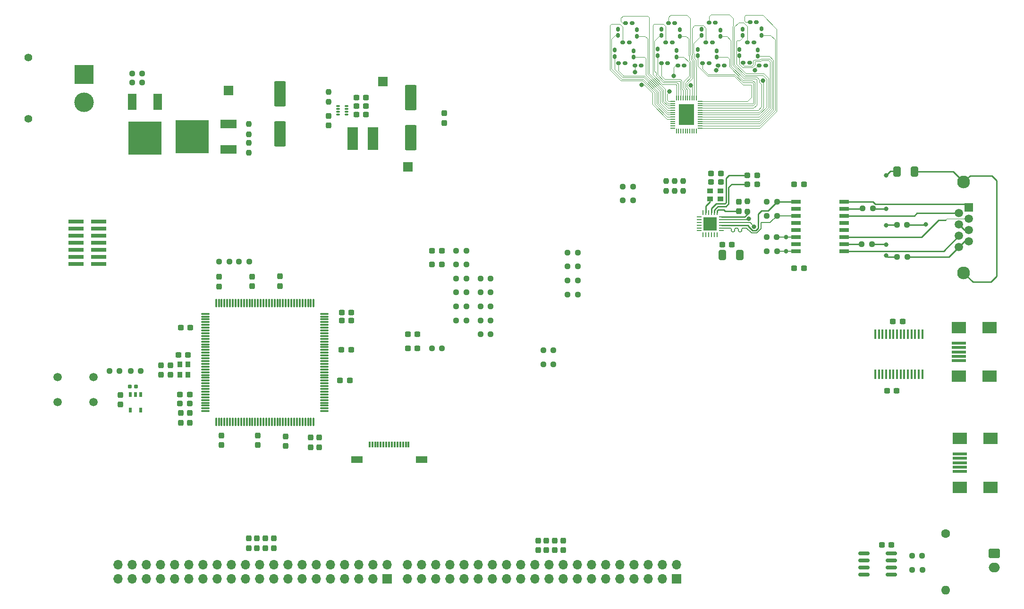
<source format=gbr>
%TF.GenerationSoftware,KiCad,Pcbnew,8.0.5*%
%TF.CreationDate,2024-09-23T23:51:48+09:00*%
%TF.ProjectId,MCU_Unit,4d43555f-556e-4697-942e-6b696361645f,rev?*%
%TF.SameCoordinates,Original*%
%TF.FileFunction,Copper,L1,Top*%
%TF.FilePolarity,Positive*%
%FSLAX46Y46*%
G04 Gerber Fmt 4.6, Leading zero omitted, Abs format (unit mm)*
G04 Created by KiCad (PCBNEW 8.0.5) date 2024-09-23 23:51:48*
%MOMM*%
%LPD*%
G01*
G04 APERTURE LIST*
G04 Aperture macros list*
%AMRoundRect*
0 Rectangle with rounded corners*
0 $1 Rounding radius*
0 $2 $3 $4 $5 $6 $7 $8 $9 X,Y pos of 4 corners*
0 Add a 4 corners polygon primitive as box body*
4,1,4,$2,$3,$4,$5,$6,$7,$8,$9,$2,$3,0*
0 Add four circle primitives for the rounded corners*
1,1,$1+$1,$2,$3*
1,1,$1+$1,$4,$5*
1,1,$1+$1,$6,$7*
1,1,$1+$1,$8,$9*
0 Add four rect primitives between the rounded corners*
20,1,$1+$1,$2,$3,$4,$5,0*
20,1,$1+$1,$4,$5,$6,$7,0*
20,1,$1+$1,$6,$7,$8,$9,0*
20,1,$1+$1,$8,$9,$2,$3,0*%
G04 Aperture macros list end*
%TA.AperFunction,SMDPad,CuDef*%
%ADD10R,1.700000X0.750000*%
%TD*%
%TA.AperFunction,ComponentPad*%
%ADD11C,1.500000*%
%TD*%
%TA.AperFunction,SMDPad,CuDef*%
%ADD12R,3.000000X1.600000*%
%TD*%
%TA.AperFunction,SMDPad,CuDef*%
%ADD13R,6.000000X6.000000*%
%TD*%
%TA.AperFunction,SMDPad,CuDef*%
%ADD14R,1.600000X3.000000*%
%TD*%
%TA.AperFunction,SMDPad,CuDef*%
%ADD15R,1.850000X4.100000*%
%TD*%
%TA.AperFunction,SMDPad,CuDef*%
%ADD16R,2.790000X0.740000*%
%TD*%
%TA.AperFunction,ComponentPad*%
%ADD17R,1.700000X1.700000*%
%TD*%
%TA.AperFunction,ComponentPad*%
%ADD18O,1.700000X1.700000*%
%TD*%
%TA.AperFunction,SMDPad,CuDef*%
%ADD19R,0.300000X1.000000*%
%TD*%
%TA.AperFunction,SMDPad,CuDef*%
%ADD20R,2.000000X1.300000*%
%TD*%
%TA.AperFunction,SMDPad,CuDef*%
%ADD21R,0.600000X0.900000*%
%TD*%
%TA.AperFunction,ComponentPad*%
%ADD22R,1.500000X1.500000*%
%TD*%
%TA.AperFunction,ComponentPad*%
%ADD23C,2.300000*%
%TD*%
%TA.AperFunction,SMDPad,CuDef*%
%ADD24RoundRect,0.160000X-0.222500X-0.160000X0.222500X-0.160000X0.222500X0.160000X-0.222500X0.160000X0*%
%TD*%
%TA.AperFunction,SMDPad,CuDef*%
%ADD25RoundRect,0.160000X0.160000X-0.222500X0.160000X0.222500X-0.160000X0.222500X-0.160000X-0.222500X0*%
%TD*%
%TA.AperFunction,SMDPad,CuDef*%
%ADD26RoundRect,0.237500X0.287500X0.237500X-0.287500X0.237500X-0.287500X-0.237500X0.287500X-0.237500X0*%
%TD*%
%TA.AperFunction,SMDPad,CuDef*%
%ADD27R,0.950000X1.050000*%
%TD*%
%TA.AperFunction,SMDPad,CuDef*%
%ADD28R,0.450000X1.750000*%
%TD*%
%TA.AperFunction,SMDPad,CuDef*%
%ADD29RoundRect,0.050000X0.362500X0.050000X-0.362500X0.050000X-0.362500X-0.050000X0.362500X-0.050000X0*%
%TD*%
%TA.AperFunction,SMDPad,CuDef*%
%ADD30RoundRect,0.050000X0.050000X0.362500X-0.050000X0.362500X-0.050000X-0.362500X0.050000X-0.362500X0*%
%TD*%
%TA.AperFunction,HeatsinkPad*%
%ADD31R,2.800000X3.800000*%
%TD*%
%TA.AperFunction,SMDPad,CuDef*%
%ADD32RoundRect,0.150000X-0.825000X-0.150000X0.825000X-0.150000X0.825000X0.150000X-0.825000X0.150000X0*%
%TD*%
%TA.AperFunction,SMDPad,CuDef*%
%ADD33RoundRect,0.050000X-0.285000X-0.100000X0.285000X-0.100000X0.285000X0.100000X-0.285000X0.100000X0*%
%TD*%
%TA.AperFunction,SMDPad,CuDef*%
%ADD34R,1.050000X0.950000*%
%TD*%
%TA.AperFunction,SMDPad,CuDef*%
%ADD35RoundRect,0.062500X-0.062500X0.325000X-0.062500X-0.325000X0.062500X-0.325000X0.062500X0.325000X0*%
%TD*%
%TA.AperFunction,SMDPad,CuDef*%
%ADD36RoundRect,0.062500X-0.325000X0.062500X-0.325000X-0.062500X0.325000X-0.062500X0.325000X0.062500X0*%
%TD*%
%TA.AperFunction,HeatsinkPad*%
%ADD37R,2.450000X2.450000*%
%TD*%
%TA.AperFunction,SMDPad,CuDef*%
%ADD38RoundRect,0.075000X-0.662500X-0.075000X0.662500X-0.075000X0.662500X0.075000X-0.662500X0.075000X0*%
%TD*%
%TA.AperFunction,SMDPad,CuDef*%
%ADD39RoundRect,0.075000X-0.075000X-0.662500X0.075000X-0.662500X0.075000X0.662500X-0.075000X0.662500X0*%
%TD*%
%TA.AperFunction,SMDPad,CuDef*%
%ADD40RoundRect,0.237500X-0.250000X-0.237500X0.250000X-0.237500X0.250000X0.237500X-0.250000X0.237500X0*%
%TD*%
%TA.AperFunction,SMDPad,CuDef*%
%ADD41RoundRect,0.237500X-0.237500X0.250000X-0.237500X-0.250000X0.237500X-0.250000X0.237500X0.250000X0*%
%TD*%
%TA.AperFunction,ComponentPad*%
%ADD42C,1.600000*%
%TD*%
%TA.AperFunction,ComponentPad*%
%ADD43O,1.600000X1.600000*%
%TD*%
%TA.AperFunction,SMDPad,CuDef*%
%ADD44RoundRect,0.237500X0.250000X0.237500X-0.250000X0.237500X-0.250000X-0.237500X0.250000X-0.237500X0*%
%TD*%
%TA.AperFunction,SMDPad,CuDef*%
%ADD45RoundRect,0.237500X0.237500X-0.250000X0.237500X0.250000X-0.237500X0.250000X-0.237500X-0.250000X0*%
%TD*%
%TA.AperFunction,ComponentPad*%
%ADD46C,1.400000*%
%TD*%
%TA.AperFunction,ComponentPad*%
%ADD47R,3.500000X3.500000*%
%TD*%
%TA.AperFunction,ComponentPad*%
%ADD48C,3.500000*%
%TD*%
%TA.AperFunction,SMDPad,CuDef*%
%ADD49R,2.500000X0.500000*%
%TD*%
%TA.AperFunction,SMDPad,CuDef*%
%ADD50R,2.500000X2.000000*%
%TD*%
%TA.AperFunction,ComponentPad*%
%ADD51RoundRect,0.250000X-0.750000X0.600000X-0.750000X-0.600000X0.750000X-0.600000X0.750000X0.600000X0*%
%TD*%
%TA.AperFunction,ComponentPad*%
%ADD52O,2.000000X1.700000*%
%TD*%
%TA.AperFunction,SMDPad,CuDef*%
%ADD53RoundRect,0.237500X-0.287500X-0.237500X0.287500X-0.237500X0.287500X0.237500X-0.287500X0.237500X0*%
%TD*%
%TA.AperFunction,SMDPad,CuDef*%
%ADD54RoundRect,0.237500X-0.237500X0.300000X-0.237500X-0.300000X0.237500X-0.300000X0.237500X0.300000X0*%
%TD*%
%TA.AperFunction,SMDPad,CuDef*%
%ADD55RoundRect,0.237500X0.237500X-0.300000X0.237500X0.300000X-0.237500X0.300000X-0.237500X-0.300000X0*%
%TD*%
%TA.AperFunction,SMDPad,CuDef*%
%ADD56RoundRect,0.237500X0.300000X0.237500X-0.300000X0.237500X-0.300000X-0.237500X0.300000X-0.237500X0*%
%TD*%
%TA.AperFunction,SMDPad,CuDef*%
%ADD57RoundRect,0.237500X-0.300000X-0.237500X0.300000X-0.237500X0.300000X0.237500X-0.300000X0.237500X0*%
%TD*%
%TA.AperFunction,SMDPad,CuDef*%
%ADD58RoundRect,0.250001X-0.799999X1.999999X-0.799999X-1.999999X0.799999X-1.999999X0.799999X1.999999X0*%
%TD*%
%TA.AperFunction,SMDPad,CuDef*%
%ADD59RoundRect,0.250001X0.799999X-1.999999X0.799999X1.999999X-0.799999X1.999999X-0.799999X-1.999999X0*%
%TD*%
%TA.AperFunction,SMDPad,CuDef*%
%ADD60RoundRect,0.250000X-0.412500X-0.650000X0.412500X-0.650000X0.412500X0.650000X-0.412500X0.650000X0*%
%TD*%
%TA.AperFunction,SMDPad,CuDef*%
%ADD61RoundRect,0.155000X0.212500X0.155000X-0.212500X0.155000X-0.212500X-0.155000X0.212500X-0.155000X0*%
%TD*%
%TA.AperFunction,ViaPad*%
%ADD62C,0.800000*%
%TD*%
%TA.AperFunction,Conductor*%
%ADD63C,0.200000*%
%TD*%
%TA.AperFunction,Conductor*%
%ADD64C,0.250000*%
%TD*%
%TA.AperFunction,Conductor*%
%ADD65C,0.100000*%
%TD*%
%TA.AperFunction,Conductor*%
%ADD66C,0.075000*%
%TD*%
G04 APERTURE END LIST*
D10*
%TO.P,T1,16,TX1+*%
%TO.N,Net-(T1-TX1+)*%
X176250000Y-60505000D03*
%TO.P,T1,15,CT_4*%
%TO.N,Net-(T1-CT_4)*%
X176250000Y-61775000D03*
%TO.P,T1,14,TX1-*%
%TO.N,Net-(T1-TX1-)*%
X176250000Y-63045000D03*
%TO.P,T1,13,NC_4*%
%TO.N,unconnected-(T1-NC_4-Pad13)*%
X176250000Y-64315000D03*
%TO.P,T1,12,NC_3*%
%TO.N,unconnected-(T1-NC_3-Pad12)*%
X176250000Y-65585000D03*
%TO.P,T1,11,RX1+*%
%TO.N,Net-(T1-RX1+)*%
X176250000Y-66855000D03*
%TO.P,T1,10,CT_3*%
%TO.N,Net-(T1-CT_3)*%
X176250000Y-68125000D03*
%TO.P,T1,9,RX-*%
%TO.N,Net-(T1-RX-)*%
X176250000Y-69395000D03*
%TO.P,T1,8,RD-*%
%TO.N,/Ethernet/RD-*%
X167650000Y-69395000D03*
%TO.P,T1,7,CT_2*%
%TO.N,Net-(T1-CT_1)*%
X167650000Y-68125000D03*
%TO.P,T1,6,RD+*%
%TO.N,/Ethernet/RD+*%
X167650000Y-66855000D03*
%TO.P,T1,5,NC_2*%
%TO.N,unconnected-(T1-NC_2-Pad5)*%
X167650000Y-65585000D03*
%TO.P,T1,4,NC_1*%
%TO.N,unconnected-(T1-NC_1-Pad4)*%
X167650000Y-64315000D03*
%TO.P,T1,3,TD-*%
%TO.N,/Ethernet/TD-*%
X167650000Y-63045000D03*
%TO.P,T1,2,CT_1*%
%TO.N,Net-(T1-CT_1)*%
X167650000Y-61775000D03*
%TO.P,T1,1,TD+*%
%TO.N,/Ethernet/TD+*%
X167650000Y-60505000D03*
%TD*%
D11*
%TO.P,S1,1,COM_1*%
%TO.N,GND*%
X35200000Y-92050000D03*
%TO.P,S1,2,COM_2*%
%TO.N,Net-(S1-COM_2)*%
X41700000Y-92050000D03*
%TO.P,S1,3,NO_1*%
%TO.N,unconnected-(S1-NO_1-Pad3)*%
X35200000Y-96550000D03*
%TO.P,S1,4,NO_2*%
%TO.N,unconnected-(S1-NO_2-Pad4)*%
X41700000Y-96550000D03*
%TD*%
D12*
%TO.P,Q2,1,G*%
%TO.N,Net-(Q2-G)*%
X65900000Y-51175000D03*
D13*
%TO.P,Q2,2,D*%
%TO.N,Net-(Q1-D)*%
X59400000Y-48875000D03*
D12*
%TO.P,Q2,3,S*%
%TO.N,24V_RP*%
X65900000Y-46575000D03*
%TD*%
D14*
%TO.P,Q1,1,G*%
%TO.N,Net-(Q1-G)*%
X53200000Y-42625000D03*
D13*
%TO.P,Q1,2,D*%
%TO.N,Net-(Q1-D)*%
X50900000Y-49125000D03*
D14*
%TO.P,Q1,3,S*%
%TO.N,Net-(J13-Pin_2)*%
X48600000Y-42625000D03*
%TD*%
D15*
%TO.P,L1,1,1*%
%TO.N,Net-(U4-SW)*%
X88125000Y-49150000D03*
%TO.P,L1,2,2*%
%TO.N,+3V3*%
X91775000Y-49150000D03*
%TD*%
D16*
%TO.P,J12,1,1*%
%TO.N,unconnected-(J12-Pad1)*%
X38564355Y-64076075D03*
%TO.P,J12,2,2*%
%TO.N,unconnected-(J12-Pad2)*%
X42634355Y-64076075D03*
%TO.P,J12,3,3*%
%TO.N,+3V3*%
X38564355Y-65346075D03*
%TO.P,J12,4,4*%
%TO.N,SWDIO*%
X42634355Y-65346075D03*
%TO.P,J12,5,5*%
%TO.N,GND*%
X38564355Y-66616075D03*
%TO.P,J12,6,6*%
%TO.N,SWCLK*%
X42634355Y-66616075D03*
%TO.P,J12,7,7*%
%TO.N,GND*%
X38564355Y-67886075D03*
%TO.P,J12,8,8*%
%TO.N,JTDO_SWO*%
X42634355Y-67886075D03*
%TO.P,J12,9,9*%
%TO.N,unconnected-(J12-Pad9)*%
X38564355Y-69156075D03*
%TO.P,J12,10,10*%
%TO.N,JTDI*%
X42634355Y-69156075D03*
%TO.P,J12,11,11*%
%TO.N,GND*%
X38564355Y-70426075D03*
%TO.P,J12,12,12*%
%TO.N,JTRST*%
X42634355Y-70426075D03*
%TO.P,J12,13,13*%
%TO.N,UART5_RX*%
X38564355Y-71696075D03*
%TO.P,J12,14,14*%
%TO.N,UART5_TX*%
X42634355Y-71696075D03*
%TD*%
D17*
%TO.P,J10,1,Pin_1*%
%TO.N,PD0*%
X94370000Y-128287500D03*
D18*
%TO.P,J10,2,Pin_2*%
%TO.N,PD1*%
X94370000Y-125747500D03*
%TO.P,J10,3,Pin_3*%
%TO.N,PD2*%
X91830000Y-128287500D03*
%TO.P,J10,4,Pin_4*%
%TO.N,PD3*%
X91830000Y-125747500D03*
%TO.P,J10,5,Pin_5*%
%TO.N,PD4*%
X89290000Y-128287500D03*
%TO.P,J10,6,Pin_6*%
%TO.N,PD5*%
X89290000Y-125747500D03*
%TO.P,J10,7,Pin_7*%
%TO.N,PD6*%
X86750000Y-128287500D03*
%TO.P,J10,8,Pin_8*%
%TO.N,PD7*%
X86750000Y-125747500D03*
%TO.P,J10,9,Pin_9*%
%TO.N,PD8*%
X84210000Y-128287500D03*
%TO.P,J10,10,Pin_10*%
%TO.N,PD9*%
X84210000Y-125747500D03*
%TO.P,J10,11,Pin_11*%
%TO.N,PD10*%
X81670000Y-128287500D03*
%TO.P,J10,12,Pin_12*%
%TO.N,PD11*%
X81670000Y-125747500D03*
%TO.P,J10,13,Pin_13*%
%TO.N,PD12*%
X79130000Y-128287500D03*
%TO.P,J10,14,Pin_14*%
%TO.N,PD13*%
X79130000Y-125747500D03*
%TO.P,J10,15,Pin_15*%
%TO.N,PD14*%
X76590000Y-128287500D03*
%TO.P,J10,16,Pin_16*%
%TO.N,PD15*%
X76590000Y-125747500D03*
%TO.P,J10,17,Pin_17*%
%TO.N,+3V3*%
X74050000Y-128287500D03*
%TO.P,J10,18,Pin_18*%
X74050000Y-125747500D03*
%TO.P,J10,19,Pin_19*%
X71510000Y-128287500D03*
%TO.P,J10,20,Pin_20*%
X71510000Y-125747500D03*
%TO.P,J10,21,Pin_21*%
%TO.N,GND*%
X68970000Y-128287500D03*
%TO.P,J10,22,Pin_22*%
X68970000Y-125747500D03*
%TO.P,J10,23,Pin_23*%
X66430000Y-128287500D03*
%TO.P,J10,24,Pin_24*%
X66430000Y-125747500D03*
%TO.P,J10,25,Pin_25*%
%TO.N,24V_RP*%
X63890000Y-128287500D03*
%TO.P,J10,26,Pin_26*%
X63890000Y-125747500D03*
%TO.P,J10,27,Pin_27*%
X61350000Y-128287500D03*
%TO.P,J10,28,Pin_28*%
X61350000Y-125747500D03*
%TO.P,J10,29,Pin_29*%
X58810000Y-128287500D03*
%TO.P,J10,30,Pin_30*%
X58810000Y-125747500D03*
%TO.P,J10,31,Pin_31*%
X56270000Y-128287500D03*
%TO.P,J10,32,Pin_32*%
X56270000Y-125747500D03*
%TO.P,J10,33,Pin_33*%
%TO.N,GND*%
X53730000Y-128287500D03*
%TO.P,J10,34,Pin_34*%
X53730000Y-125747500D03*
%TO.P,J10,35,Pin_35*%
X51190000Y-128287500D03*
%TO.P,J10,36,Pin_36*%
X51190000Y-125747500D03*
%TO.P,J10,37,Pin_37*%
X48650000Y-128287500D03*
%TO.P,J10,38,Pin_38*%
X48650000Y-125747500D03*
%TO.P,J10,39,Pin_39*%
X46110000Y-128287500D03*
%TO.P,J10,40,Pin_40*%
X46110000Y-125747500D03*
%TD*%
D19*
%TO.P,J8,1,1*%
%TO.N,unconnected-(J8-Pad1)*%
X91175000Y-104175000D03*
%TO.P,J8,2,2*%
%TO.N,unconnected-(J8-Pad2)*%
X91675000Y-104175000D03*
%TO.P,J8,3,3*%
%TO.N,unconnected-(J8-Pad3)*%
X92175000Y-104175000D03*
%TO.P,J8,4,4*%
%TO.N,unconnected-(J8-Pad4)*%
X92675000Y-104175000D03*
%TO.P,J8,5,5*%
%TO.N,Net-(J8-Pad5)*%
X93175000Y-104175000D03*
%TO.P,J8,6,6*%
%TO.N,unconnected-(J8-Pad6)*%
X93675000Y-104175000D03*
%TO.P,J8,7,7*%
%TO.N,unconnected-(J8-Pad7)*%
X94175000Y-104175000D03*
%TO.P,J8,8,8*%
%TO.N,GND*%
X94675000Y-104175000D03*
%TO.P,J8,9,9*%
%TO.N,+3V3*%
X95175000Y-104175000D03*
%TO.P,J8,10,10*%
%TO.N,SDA_LCD*%
X95675000Y-104175000D03*
%TO.P,J8,11,11*%
%TO.N,SCK_LCD*%
X96175000Y-104175000D03*
%TO.P,J8,12,12*%
%TO.N,A0_LCD*%
X96675000Y-104175000D03*
%TO.P,J8,13,13*%
%TO.N,RESET_LCD*%
X97175000Y-104175000D03*
%TO.P,J8,14,14*%
%TO.N,GND*%
X97675000Y-104175000D03*
%TO.P,J8,15,15*%
%TO.N,CS_LCD*%
X98175000Y-104175000D03*
D20*
%TO.P,J8,MP1,MP1*%
%TO.N,GND*%
X88875000Y-106875000D03*
%TO.P,J8,MP2,MP2*%
X100475000Y-106875000D03*
%TD*%
D18*
%TO.P,J6,40,Pin_40*%
%TO.N,PF15*%
X97970000Y-125750000D03*
%TO.P,J6,39,Pin_39*%
%TO.N,PF14*%
X97970000Y-128290000D03*
%TO.P,J6,38,Pin_38*%
%TO.N,PF13*%
X100510000Y-125750000D03*
%TO.P,J6,37,Pin_37*%
%TO.N,PF12*%
X100510000Y-128290000D03*
%TO.P,J6,36,Pin_36*%
%TO.N,PF11*%
X103050000Y-125750000D03*
%TO.P,J6,35,Pin_35*%
%TO.N,PF10*%
X103050000Y-128290000D03*
%TO.P,J6,34,Pin_34*%
%TO.N,PF9*%
X105590000Y-125750000D03*
%TO.P,J6,33,Pin_33*%
%TO.N,PF8*%
X105590000Y-128290000D03*
%TO.P,J6,32,Pin_32*%
%TO.N,PF7*%
X108130000Y-125750000D03*
%TO.P,J6,31,Pin_31*%
%TO.N,PF6*%
X108130000Y-128290000D03*
%TO.P,J6,30,Pin_30*%
%TO.N,PF5*%
X110670000Y-125750000D03*
%TO.P,J6,29,Pin_29*%
%TO.N,PF4*%
X110670000Y-128290000D03*
%TO.P,J6,28,Pin_28*%
%TO.N,PF3*%
X113210000Y-125750000D03*
%TO.P,J6,27,Pin_27*%
%TO.N,PF2*%
X113210000Y-128290000D03*
%TO.P,J6,26,Pin_26*%
%TO.N,PF1*%
X115750000Y-125750000D03*
%TO.P,J6,25,Pin_25*%
%TO.N,PF0*%
X115750000Y-128290000D03*
%TO.P,J6,24,Pin_24*%
%TO.N,GND*%
X118290000Y-125750000D03*
%TO.P,J6,23,Pin_23*%
X118290000Y-128290000D03*
%TO.P,J6,22,Pin_22*%
X120830000Y-125750000D03*
%TO.P,J6,21,Pin_21*%
X120830000Y-128290000D03*
%TO.P,J6,20,Pin_20*%
%TO.N,+3V3*%
X123370000Y-125750000D03*
%TO.P,J6,19,Pin_19*%
X123370000Y-128290000D03*
%TO.P,J6,18,Pin_18*%
X125910000Y-125750000D03*
%TO.P,J6,17,Pin_17*%
X125910000Y-128290000D03*
%TO.P,J6,16,Pin_16*%
%TO.N,PG15*%
X128450000Y-125750000D03*
%TO.P,J6,15,Pin_15*%
%TO.N,PG14*%
X128450000Y-128290000D03*
%TO.P,J6,14,Pin_14*%
%TO.N,PG13*%
X130990000Y-125750000D03*
%TO.P,J6,13,Pin_13*%
%TO.N,PG12*%
X130990000Y-128290000D03*
%TO.P,J6,12,Pin_12*%
%TO.N,PG11*%
X133530000Y-125750000D03*
%TO.P,J6,11,Pin_11*%
%TO.N,PG10*%
X133530000Y-128290000D03*
%TO.P,J6,10,Pin_10*%
%TO.N,PG9*%
X136070000Y-125750000D03*
%TO.P,J6,9,Pin_9*%
%TO.N,PG8*%
X136070000Y-128290000D03*
%TO.P,J6,8,Pin_8*%
%TO.N,PG7*%
X138610000Y-125750000D03*
%TO.P,J6,7,Pin_7*%
%TO.N,PG6*%
X138610000Y-128290000D03*
%TO.P,J6,6,Pin_6*%
%TO.N,PG5*%
X141150000Y-125750000D03*
%TO.P,J6,5,Pin_5*%
%TO.N,PG4*%
X141150000Y-128290000D03*
%TO.P,J6,4,Pin_4*%
%TO.N,PG3*%
X143690000Y-125750000D03*
%TO.P,J6,3,Pin_3*%
%TO.N,PG2*%
X143690000Y-128290000D03*
%TO.P,J6,2,Pin_2*%
%TO.N,PG1*%
X146230000Y-125750000D03*
D17*
%TO.P,J6,1,Pin_1*%
%TO.N,PG0*%
X146230000Y-128290000D03*
%TD*%
D21*
%TO.P,IC1,1,OUT*%
%TO.N,NRST*%
X50150000Y-95150000D03*
%TO.P,IC1,2,VDD*%
%TO.N,+3V3*%
X49200000Y-95150000D03*
%TO.P,IC1,3,GND*%
%TO.N,GND*%
X48250000Y-95150000D03*
%TO.P,IC1,4,NC_1*%
%TO.N,unconnected-(IC1-NC_1-Pad4)*%
X48250000Y-97950000D03*
%TO.P,IC1,5,NC_2*%
%TO.N,unconnected-(IC1-NC_2-Pad5)*%
X50150000Y-97950000D03*
%TD*%
D22*
%TO.P,J1,1*%
%TO.N,Net-(T1-TX1+)*%
X198630000Y-61588000D03*
D11*
%TO.P,J1,2*%
%TO.N,Net-(T1-TX1-)*%
X196850000Y-62604000D03*
%TO.P,J1,3*%
%TO.N,Net-(T1-RX1+)*%
X198630000Y-63620000D03*
%TO.P,J1,4*%
%TO.N,Net-(J1-Pad4)*%
X196850000Y-64636000D03*
%TO.P,J1,5*%
X198630000Y-65652000D03*
%TO.P,J1,6*%
%TO.N,Net-(T1-RX-)*%
X196850000Y-66668000D03*
%TO.P,J1,7*%
%TO.N,Net-(J1-Pad7)*%
X198630000Y-67684000D03*
%TO.P,J1,8*%
X196850000Y-68700000D03*
D23*
%TO.P,J1,SH*%
%TO.N,Earth*%
X197740000Y-57018000D03*
X197740000Y-73278000D03*
%TD*%
D24*
%TO.P,D11,1,K*%
%TO.N,Net-(D11-K)*%
X161055000Y-36037500D03*
%TO.P,D11,2,A*%
%TO.N,+3.3V*%
X162200000Y-36037500D03*
%TD*%
%TO.P,D10,1,K*%
%TO.N,Net-(D10-K)*%
X158955000Y-31887500D03*
%TO.P,D10,2,A*%
%TO.N,+3.3V*%
X160100000Y-31887500D03*
%TD*%
D25*
%TO.P,D9,1,K*%
%TO.N,Net-(D9-K)*%
X158077500Y-30660000D03*
%TO.P,D9,2,A*%
%TO.N,+3.3V*%
X158077500Y-29515000D03*
%TD*%
%TO.P,D8,1,K*%
%TO.N,Net-(D8-K)*%
X157527500Y-34310000D03*
%TO.P,D8,2,A*%
%TO.N,+3.3V*%
X157527500Y-33165000D03*
%TD*%
D24*
%TO.P,D7,1,K*%
%TO.N,Net-(D7-K)*%
X158205000Y-35537500D03*
%TO.P,D7,2,A*%
%TO.N,+3.3V*%
X159350000Y-35537500D03*
%TD*%
D25*
%TO.P,D6,1,K*%
%TO.N,Net-(D6-K)*%
X160827500Y-34410000D03*
%TO.P,D6,2,A*%
%TO.N,+3.3V*%
X160827500Y-33265000D03*
%TD*%
%TO.P,D5,1,K*%
%TO.N,Net-(D5-K)*%
X161477500Y-30610000D03*
%TO.P,D5,2,A*%
%TO.N,+3.3V*%
X161477500Y-29465000D03*
%TD*%
D24*
%TO.P,D4,1,K*%
%TO.N,Net-(D4-K)*%
X159405000Y-28237500D03*
%TO.P,D4,2,A*%
%TO.N,+3.3V*%
X160550000Y-28237500D03*
%TD*%
%TO.P,D35,1,K*%
%TO.N,Net-(D35-K)*%
X138750000Y-36087500D03*
%TO.P,D35,2,A*%
%TO.N,+3.3V*%
X139895000Y-36087500D03*
%TD*%
%TO.P,D34,1,K*%
%TO.N,Net-(D34-K)*%
X136600000Y-31937500D03*
%TO.P,D34,2,A*%
%TO.N,+3.3V*%
X137745000Y-31937500D03*
%TD*%
D25*
%TO.P,D33,1,K*%
%TO.N,Net-(D33-K)*%
X135750000Y-30682500D03*
%TO.P,D33,2,A*%
%TO.N,+3.3V*%
X135750000Y-29537500D03*
%TD*%
%TO.P,D32,1,K*%
%TO.N,Net-(D32-K)*%
X135150000Y-34432500D03*
%TO.P,D32,2,A*%
%TO.N,+3.3V*%
X135150000Y-33287500D03*
%TD*%
D24*
%TO.P,D31,1,K*%
%TO.N,Net-(D31-K)*%
X135850000Y-35637500D03*
%TO.P,D31,2,A*%
%TO.N,+3.3V*%
X136995000Y-35637500D03*
%TD*%
D25*
%TO.P,D30,1,K*%
%TO.N,Net-(D30-K)*%
X138500000Y-34560000D03*
%TO.P,D30,2,A*%
%TO.N,+3.3V*%
X138500000Y-33415000D03*
%TD*%
%TO.P,D29,1,K*%
%TO.N,Net-(D29-K)*%
X139150000Y-30810000D03*
%TO.P,D29,2,A*%
%TO.N,+3.3V*%
X139150000Y-29665000D03*
%TD*%
D24*
%TO.P,D28,1,K*%
%TO.N,Net-(D28-K)*%
X137100000Y-28437500D03*
%TO.P,D28,2,A*%
%TO.N,+3.3V*%
X138245000Y-28437500D03*
%TD*%
%TO.P,D27,1,K*%
%TO.N,Net-(D27-K)*%
X146455000Y-36087500D03*
%TO.P,D27,2,A*%
%TO.N,+3.3V*%
X147600000Y-36087500D03*
%TD*%
%TO.P,D26,1,K*%
%TO.N,Net-(D26-K)*%
X144300000Y-31937500D03*
%TO.P,D26,2,A*%
%TO.N,+3.3V*%
X145445000Y-31937500D03*
%TD*%
D25*
%TO.P,D25,1,K*%
%TO.N,Net-(D25-K)*%
X143500000Y-30682500D03*
%TO.P,D25,2,A*%
%TO.N,+3.3V*%
X143500000Y-29537500D03*
%TD*%
%TO.P,D24,1,K*%
%TO.N,Net-(D24-K)*%
X142850000Y-34282500D03*
%TO.P,D24,2,A*%
%TO.N,+3.3V*%
X142850000Y-33137500D03*
%TD*%
D24*
%TO.P,D23,1,K*%
%TO.N,Net-(D23-K)*%
X143500000Y-35637500D03*
%TO.P,D23,2,A*%
%TO.N,+3.3V*%
X144645000Y-35637500D03*
%TD*%
D25*
%TO.P,D22,1,K*%
%TO.N,Net-(D22-K)*%
X146200000Y-34532500D03*
%TO.P,D22,2,A*%
%TO.N,+3.3V*%
X146200000Y-33387500D03*
%TD*%
%TO.P,D21,1,K*%
%TO.N,Net-(D21-K)*%
X146800000Y-30782500D03*
%TO.P,D21,2,A*%
%TO.N,+3.3V*%
X146800000Y-29637500D03*
%TD*%
D24*
%TO.P,D20,1,K*%
%TO.N,Net-(D20-K)*%
X144750000Y-28437500D03*
%TO.P,D20,2,A*%
%TO.N,+3.3V*%
X145895000Y-28437500D03*
%TD*%
%TO.P,D19,1,K*%
%TO.N,Net-(D19-K)*%
X153655000Y-36037500D03*
%TO.P,D19,2,A*%
%TO.N,+3.3V*%
X154800000Y-36037500D03*
%TD*%
%TO.P,D18,1,K*%
%TO.N,Net-(D18-K)*%
X151515316Y-31928719D03*
%TO.P,D18,2,A*%
%TO.N,+3.3V*%
X152660316Y-31928719D03*
%TD*%
D25*
%TO.P,D17,1,K*%
%TO.N,Net-(D17-K)*%
X150715316Y-30673719D03*
%TO.P,D17,2,A*%
%TO.N,+3.3V*%
X150715316Y-29528719D03*
%TD*%
%TO.P,D16,1,K*%
%TO.N,Net-(D16-K)*%
X150015316Y-34323719D03*
%TO.P,D16,2,A*%
%TO.N,+3.3V*%
X150015316Y-33178719D03*
%TD*%
D24*
%TO.P,D15,2,A*%
%TO.N,+3.3V*%
X152057816Y-35628719D03*
%TO.P,D15,1,K*%
%TO.N,Net-(D15-K)*%
X150912816Y-35628719D03*
%TD*%
D25*
%TO.P,D14,1,K*%
%TO.N,Net-(D14-K)*%
X153415316Y-34551219D03*
%TO.P,D14,2,A*%
%TO.N,+3.3V*%
X153415316Y-33406219D03*
%TD*%
%TO.P,D13,1,K*%
%TO.N,Net-(D13-K)*%
X154115316Y-30823719D03*
%TO.P,D13,2,A*%
%TO.N,+3.3V*%
X154115316Y-29678719D03*
%TD*%
D24*
%TO.P,D12,1,K*%
%TO.N,Net-(D12-K)*%
X152062816Y-28378719D03*
%TO.P,D12,2,A*%
%TO.N,+3.3V*%
X153207816Y-28378719D03*
%TD*%
D26*
%TO.P,D2,1,K*%
%TO.N,Net-(D2-K)*%
X160675000Y-55800000D03*
%TO.P,D2,2,A*%
%TO.N,Net-(D2-A)*%
X158925000Y-55800000D03*
%TD*%
%TO.P,D1,1,K*%
%TO.N,Net-(D1-K)*%
X160675000Y-57400000D03*
%TO.P,D1,2,A*%
%TO.N,Net-(D1-A)*%
X158925000Y-57400000D03*
%TD*%
D27*
%TO.P,U8,1,INH*%
%TO.N,+3V3*%
X57175000Y-89775000D03*
%TO.P,U8,2,GND*%
%TO.N,GND*%
X57175000Y-91625000D03*
%TO.P,U8,3,CLK*%
%TO.N,HSE*%
X58625000Y-91625000D03*
%TO.P,U8,4,VCC*%
%TO.N,+3V3*%
X58625000Y-89775000D03*
%TD*%
D28*
%TO.P,U7,1,TXD*%
%TO.N,USART6_RX*%
X181875000Y-91500000D03*
%TO.P,U7,2,DTR*%
%TO.N,unconnected-(U7-DTR-Pad2)*%
X182525000Y-91500000D03*
%TO.P,U7,3,RTS*%
%TO.N,unconnected-(U7-RTS-Pad3)*%
X183175000Y-91500000D03*
%TO.P,U7,4,VCCIO*%
%TO.N,+3V3*%
X183825000Y-91500000D03*
%TO.P,U7,5,RXD*%
%TO.N,USART6_TX*%
X184475000Y-91500000D03*
%TO.P,U7,6,RI*%
%TO.N,unconnected-(U7-RI-Pad6)*%
X185125000Y-91500000D03*
%TO.P,U7,7,GND*%
%TO.N,GND*%
X185775000Y-91500000D03*
%TO.P,U7,8*%
%TO.N,N/C*%
X186425000Y-91500000D03*
%TO.P,U7,9,DCR*%
%TO.N,unconnected-(U7-DCR-Pad9)*%
X187075000Y-91500000D03*
%TO.P,U7,10,DCD*%
%TO.N,unconnected-(U7-DCD-Pad10)*%
X187725000Y-91500000D03*
%TO.P,U7,11,CTS*%
%TO.N,unconnected-(U7-CTS-Pad11)*%
X188375000Y-91500000D03*
%TO.P,U7,12,CBUS4*%
%TO.N,unconnected-(U7-CBUS4-Pad12)*%
X189025000Y-91500000D03*
%TO.P,U7,13,CBUS2*%
%TO.N,unconnected-(U7-CBUS2-Pad13)*%
X189675000Y-91500000D03*
%TO.P,U7,14,CBUS3*%
%TO.N,unconnected-(U7-CBUS3-Pad14)*%
X190325000Y-91500000D03*
%TO.P,U7,15,USBD+*%
%TO.N,Net-(J9-D+)*%
X190325000Y-84300000D03*
%TO.P,U7,16,USBD-*%
%TO.N,Net-(J9-D-)*%
X189675000Y-84300000D03*
%TO.P,U7,17,3V3OUT*%
%TO.N,unconnected-(U7-3V3OUT-Pad17)*%
X189025000Y-84300000D03*
%TO.P,U7,18,GND*%
%TO.N,GND*%
X188375000Y-84300000D03*
%TO.P,U7,19,~{RESET}*%
%TO.N,unconnected-(U7-~{RESET}-Pad19)*%
X187725000Y-84300000D03*
%TO.P,U7,20,VCC*%
%TO.N,+3V3*%
X187075000Y-84300000D03*
%TO.P,U7,21,GND*%
%TO.N,GND*%
X186425000Y-84300000D03*
%TO.P,U7,22,CBUS1*%
%TO.N,unconnected-(U7-CBUS1-Pad22)*%
X185775000Y-84300000D03*
%TO.P,U7,23,CBUS0*%
%TO.N,unconnected-(U7-CBUS0-Pad23)*%
X185125000Y-84300000D03*
%TO.P,U7,24*%
%TO.N,N/C*%
X184475000Y-84300000D03*
%TO.P,U7,25,AGND*%
%TO.N,GND*%
X183825000Y-84300000D03*
%TO.P,U7,26,TEST*%
%TO.N,unconnected-(U7-TEST-Pad26)*%
X183175000Y-84300000D03*
%TO.P,U7,27,OSCI*%
%TO.N,unconnected-(U7-OSCI-Pad27)*%
X182525000Y-84300000D03*
%TO.P,U7,28,OSCO*%
%TO.N,unconnected-(U7-OSCO-Pad28)*%
X181875000Y-84300000D03*
%TD*%
D29*
%TO.P,U6,1,OUT0*%
%TO.N,Net-(D4-K)*%
X150462500Y-47300000D03*
%TO.P,U6,2,OUT1*%
%TO.N,Net-(D5-K)*%
X150462500Y-46900000D03*
%TO.P,U6,3,OUT2*%
%TO.N,Net-(D6-K)*%
X150462500Y-46500000D03*
%TO.P,U6,4,OUT3*%
%TO.N,Net-(D7-K)*%
X150462500Y-46100000D03*
%TO.P,U6,5,OUT4*%
%TO.N,Net-(D8-K)*%
X150462500Y-45700000D03*
%TO.P,U6,6,OUT5*%
%TO.N,Net-(D9-K)*%
X150462500Y-45300000D03*
%TO.P,U6,7,OUT6*%
%TO.N,Net-(D10-K)*%
X150462500Y-44900000D03*
%TO.P,U6,8,OUT7*%
%TO.N,Net-(D11-K)*%
X150462500Y-44500000D03*
%TO.P,U6,9,OUT8*%
%TO.N,Net-(D12-K)*%
X150462500Y-44100000D03*
%TO.P,U6,10,OUT9*%
%TO.N,Net-(D13-K)*%
X150462500Y-43700000D03*
%TO.P,U6,11,OUT10*%
%TO.N,Net-(D14-K)*%
X150462500Y-43300000D03*
%TO.P,U6,12,OUT11*%
%TO.N,Net-(D15-K)*%
X150462500Y-42900000D03*
%TO.P,U6,13,OUT12*%
%TO.N,Net-(D16-K)*%
X150462500Y-42500000D03*
D30*
%TO.P,U6,14,OUT13*%
%TO.N,Net-(D17-K)*%
X149800000Y-41937500D03*
%TO.P,U6,15,OUT14*%
%TO.N,Net-(D18-K)*%
X149400000Y-41937500D03*
%TO.P,U6,16,OUT15*%
%TO.N,Net-(D19-K)*%
X149000000Y-41937500D03*
%TO.P,U6,17,OUT16*%
%TO.N,Net-(D20-K)*%
X148600000Y-41937500D03*
%TO.P,U6,18,OUT17*%
%TO.N,Net-(D21-K)*%
X148200000Y-41937500D03*
%TO.P,U6,19,OUT18*%
%TO.N,Net-(D22-K)*%
X147800000Y-41937500D03*
%TO.P,U6,20,OUT19*%
%TO.N,Net-(D23-K)*%
X147400000Y-41937500D03*
%TO.P,U6,21,OUT20*%
%TO.N,Net-(D24-K)*%
X147000000Y-41937500D03*
%TO.P,U6,22,OUT21*%
%TO.N,Net-(D25-K)*%
X146600000Y-41937500D03*
%TO.P,U6,23,OUT22*%
%TO.N,Net-(D26-K)*%
X146200000Y-41937500D03*
D29*
%TO.P,U6,24,OUT23*%
%TO.N,Net-(D27-K)*%
X145537500Y-42500000D03*
%TO.P,U6,25,OUT24*%
%TO.N,Net-(D28-K)*%
X145537500Y-42900000D03*
%TO.P,U6,26,OUT25*%
%TO.N,Net-(D29-K)*%
X145537500Y-43300000D03*
%TO.P,U6,27,OUT26*%
%TO.N,Net-(D30-K)*%
X145537500Y-43700000D03*
%TO.P,U6,28,OUT27*%
%TO.N,Net-(D31-K)*%
X145537500Y-44100000D03*
%TO.P,U6,29,OUT28*%
%TO.N,Net-(D32-K)*%
X145537500Y-44500000D03*
%TO.P,U6,30,OUT29*%
%TO.N,Net-(D33-K)*%
X145537500Y-44900000D03*
%TO.P,U6,31,OUT30*%
%TO.N,Net-(D34-K)*%
X145537500Y-45300000D03*
%TO.P,U6,32,OUT31*%
%TO.N,Net-(D35-K)*%
X145537500Y-45700000D03*
%TO.P,U6,33,OUT32*%
%TO.N,unconnected-(U6-OUT32-Pad33)*%
X145537500Y-46100000D03*
%TO.P,U6,34,OUT33*%
%TO.N,unconnected-(U6-OUT33-Pad34)*%
X145537500Y-46500000D03*
%TO.P,U6,35,OUT34*%
%TO.N,unconnected-(U6-OUT34-Pad35)*%
X145537500Y-46900000D03*
%TO.P,U6,36,OUT35*%
%TO.N,unconnected-(U6-OUT35-Pad36)*%
X145537500Y-47300000D03*
D30*
%TO.P,U6,37,GND*%
%TO.N,GND*%
X146200000Y-47862500D03*
%TO.P,U6,38,ADDR0*%
%TO.N,Net-(U6-ADDR0)*%
X146600000Y-47862500D03*
%TO.P,U6,39,ADDR1*%
%TO.N,Net-(U6-ADDR1)*%
X147000000Y-47862500D03*
%TO.P,U6,40,VCC*%
%TO.N,+3.3V*%
X147400000Y-47862500D03*
%TO.P,U6,41,SDA*%
%TO.N,I2C1_SDA*%
X147800000Y-47862500D03*
%TO.P,U6,42,SCL*%
%TO.N,I2C1_SCL*%
X148200000Y-47862500D03*
%TO.P,U6,43,EN*%
%TO.N,Net-(U6-EN)*%
X148600000Y-47862500D03*
%TO.P,U6,44,IREF*%
%TO.N,unconnected-(U6-IREF-Pad44)*%
X149000000Y-47862500D03*
%TO.P,U6,45,VCAP*%
%TO.N,unconnected-(U6-VCAP-Pad45)*%
X149400000Y-47862500D03*
%TO.P,U6,46,GND*%
%TO.N,GND*%
X149800000Y-47862500D03*
D31*
%TO.P,U6,47,GND*%
X148000000Y-44900000D03*
%TD*%
D32*
%TO.P,U5,1,RO*%
%TO.N,USART3_RX*%
X179829173Y-123692996D03*
%TO.P,U5,2,~{RE}*%
%TO.N,USART3_DE*%
X179829173Y-124962996D03*
%TO.P,U5,3,DE*%
X179829173Y-126232996D03*
%TO.P,U5,4,DI*%
%TO.N,USART3_TX*%
X179829173Y-127502996D03*
%TO.P,U5,5,GND*%
%TO.N,GND*%
X184779173Y-127502996D03*
%TO.P,U5,6,A*%
%TO.N,Net-(U5-A)*%
X184779173Y-126232996D03*
%TO.P,U5,7,B*%
%TO.N,Net-(U5-B)*%
X184779173Y-124962996D03*
%TO.P,U5,8,VCC*%
%TO.N,+3.3V*%
X184779173Y-123692996D03*
%TD*%
D33*
%TO.P,U4,1,RT*%
%TO.N,Net-(U4-RT)*%
X85560000Y-43387500D03*
%TO.P,U4,2,EN*%
%TO.N,24V_RP*%
X85560000Y-43887500D03*
%TO.P,U4,3,VIN*%
X85560000Y-44387500D03*
%TO.P,U4,4,GND*%
%TO.N,GND*%
X85560000Y-44887500D03*
%TO.P,U4,5,SW*%
%TO.N,Net-(U4-SW)*%
X87040000Y-44887500D03*
%TO.P,U4,6,BST*%
%TO.N,Net-(U4-BST)*%
X87040000Y-44387500D03*
%TO.P,U4,7,SS*%
%TO.N,Net-(U4-SS)*%
X87040000Y-43887500D03*
%TO.P,U4,8,FB*%
%TO.N,Net-(U4-FB)*%
X87040000Y-43387500D03*
%TD*%
D34*
%TO.P,U3,1,INH*%
%TO.N,+3V3*%
X154100000Y-58600000D03*
%TO.P,U3,2,GND*%
%TO.N,GND*%
X152250000Y-58600000D03*
%TO.P,U3,3,CLK*%
%TO.N,Net-(U2-XTAL1{slash}CLKIN)*%
X152250000Y-60050000D03*
%TO.P,U3,4,VCC*%
%TO.N,+3V3*%
X154100000Y-60050000D03*
%TD*%
D35*
%TO.P,U2,1,VDD2A*%
%TO.N,Net-(T1-CT_1)*%
X153500000Y-62500000D03*
%TO.P,U2,2,LED2/~{INTSEL}*%
%TO.N,Net-(D1-A)*%
X153000000Y-62500000D03*
%TO.P,U2,3,LED1/REGOFF*%
%TO.N,Net-(D2-A)*%
X152500000Y-62500000D03*
%TO.P,U2,4,XTAL2*%
%TO.N,unconnected-(U2-XTAL2-Pad4)*%
X152000000Y-62500000D03*
%TO.P,U2,5,XTAL1/CLKIN*%
%TO.N,Net-(U2-XTAL1{slash}CLKIN)*%
X151500000Y-62500000D03*
%TO.P,U2,6,VDDCR*%
%TO.N,Net-(U2-VDDCR)*%
X151000000Y-62500000D03*
D36*
%TO.P,U2,7,RXD1/MODE1*%
%TO.N,Net-(U2-RXD1{slash}MODE1)*%
X150262500Y-63237500D03*
%TO.P,U2,8,RXD0/MODE0*%
%TO.N,Net-(U2-RXD0{slash}MODE0)*%
X150262500Y-63737500D03*
%TO.P,U2,9,VDDIO*%
%TO.N,+3V3*%
X150262500Y-64237500D03*
%TO.P,U2,10,RXER/PHYAD0*%
%TO.N,Net-(U2-RXER{slash}PHYAD0)*%
X150262500Y-64737500D03*
%TO.P,U2,11,CRS_DV/MODE2*%
%TO.N,Net-(U2-CRS_DV{slash}MODE2)*%
X150262500Y-65237500D03*
%TO.P,U2,12,MDIO*%
%TO.N,ETH_MDIO*%
X150262500Y-65737500D03*
D35*
%TO.P,U2,13,MDC*%
%TO.N,ETH_MDC*%
X151000000Y-66475000D03*
%TO.P,U2,14,~{INT}/REFCLKO*%
%TO.N,Net-(U2-~{INT}{slash}REFCLKO)*%
X151500000Y-66475000D03*
%TO.P,U2,15,~{RST}*%
%TO.N,NRST*%
X152000000Y-66475000D03*
%TO.P,U2,16,TXEN*%
%TO.N,ETH_TXEN*%
X152500000Y-66475000D03*
%TO.P,U2,17,TXD0*%
%TO.N,ETH_TXD0*%
X153000000Y-66475000D03*
%TO.P,U2,18,TXD1*%
%TO.N,ETH_TXD1*%
X153500000Y-66475000D03*
D36*
%TO.P,U2,19,VDD1A*%
%TO.N,Net-(T1-CT_1)*%
X154237500Y-65737500D03*
%TO.P,U2,20,TXN*%
%TO.N,/Ethernet/TD-*%
X154237500Y-65237500D03*
%TO.P,U2,21,TXP*%
%TO.N,/Ethernet/TD+*%
X154237500Y-64737500D03*
%TO.P,U2,22,RXN*%
%TO.N,/Ethernet/RD-*%
X154237500Y-64237500D03*
%TO.P,U2,23,RXP*%
%TO.N,/Ethernet/RD+*%
X154237500Y-63737500D03*
%TO.P,U2,24,RBIAS*%
%TO.N,Net-(U2-RBIAS)*%
X154237500Y-63237500D03*
D37*
%TO.P,U2,25,VSS*%
%TO.N,GND*%
X152250000Y-64487500D03*
%TD*%
D38*
%TO.P,U1,1,PE2*%
%TO.N,SCK_LCD*%
X61737500Y-80650000D03*
%TO.P,U1,2,PE3*%
%TO.N,A0_LCD*%
X61737500Y-81150000D03*
%TO.P,U1,3,PE4*%
%TO.N,CS_LCD*%
X61737500Y-81650000D03*
%TO.P,U1,4,PE5*%
%TO.N,unconnected-(U1-PE5-Pad4)*%
X61737500Y-82150000D03*
%TO.P,U1,5,PE6*%
%TO.N,SDA_LCD*%
X61737500Y-82650000D03*
%TO.P,U1,6,VBAT*%
%TO.N,+3V3*%
X61737500Y-83150000D03*
%TO.P,U1,7,PC13*%
%TO.N,unconnected-(U1-PC13-Pad7)*%
X61737500Y-83650000D03*
%TO.P,U1,8,PC14*%
%TO.N,unconnected-(U1-PC14-Pad8)*%
X61737500Y-84150000D03*
%TO.P,U1,9,PC15*%
%TO.N,unconnected-(U1-PC15-Pad9)*%
X61737500Y-84650000D03*
%TO.P,U1,10,PF0*%
%TO.N,PF0*%
X61737500Y-85150000D03*
%TO.P,U1,11,PF1*%
%TO.N,PF1*%
X61737500Y-85650000D03*
%TO.P,U1,12,PF2*%
%TO.N,PF2*%
X61737500Y-86150000D03*
%TO.P,U1,13,PF3*%
%TO.N,PF3*%
X61737500Y-86650000D03*
%TO.P,U1,14,PF4*%
%TO.N,PF4*%
X61737500Y-87150000D03*
%TO.P,U1,15,PF5*%
%TO.N,PF5*%
X61737500Y-87650000D03*
%TO.P,U1,16,VSS*%
%TO.N,GND*%
X61737500Y-88150000D03*
%TO.P,U1,17,VDD*%
%TO.N,+3V3*%
X61737500Y-88650000D03*
%TO.P,U1,18,PF6*%
%TO.N,PF6*%
X61737500Y-89150000D03*
%TO.P,U1,19,PF7*%
%TO.N,PF7*%
X61737500Y-89650000D03*
%TO.P,U1,20,PF8*%
%TO.N,PF8*%
X61737500Y-90150000D03*
%TO.P,U1,21,PF9*%
%TO.N,PF9*%
X61737500Y-90650000D03*
%TO.P,U1,22,PF10*%
%TO.N,PF10*%
X61737500Y-91150000D03*
%TO.P,U1,23,PH0*%
%TO.N,HSE*%
X61737500Y-91650000D03*
%TO.P,U1,24,PH1*%
%TO.N,unconnected-(U1-PH1-Pad24)*%
X61737500Y-92150000D03*
%TO.P,U1,25,NRST*%
%TO.N,NRST*%
X61737500Y-92650000D03*
%TO.P,U1,26,PC0*%
%TO.N,unconnected-(U1-PC0-Pad26)*%
X61737500Y-93150000D03*
%TO.P,U1,27,PC1*%
%TO.N,ETH_MDC*%
X61737500Y-93650000D03*
%TO.P,U1,28,PC2*%
%TO.N,unconnected-(U1-PC2-Pad28)*%
X61737500Y-94150000D03*
%TO.P,U1,29,PC3*%
%TO.N,unconnected-(U1-PC3-Pad29)*%
X61737500Y-94650000D03*
%TO.P,U1,30,VDD*%
%TO.N,+3V3*%
X61737500Y-95150000D03*
%TO.P,U1,31,VSSA*%
%TO.N,GND*%
X61737500Y-95650000D03*
%TO.P,U1,32,VREF+*%
%TO.N,+3.3VA*%
X61737500Y-96150000D03*
%TO.P,U1,33,VDDA*%
X61737500Y-96650000D03*
%TO.P,U1,34,PA0*%
%TO.N,unconnected-(U1-PA0-Pad34)*%
X61737500Y-97150000D03*
%TO.P,U1,35,PA1*%
%TO.N,ETH_REF_CLK*%
X61737500Y-97650000D03*
%TO.P,U1,36,PA2*%
%TO.N,ETH_MDIO*%
X61737500Y-98150000D03*
D39*
%TO.P,U1,37,PA3*%
%TO.N,unconnected-(U1-PA3-Pad37)*%
X63650000Y-100062500D03*
%TO.P,U1,38,VSS*%
%TO.N,GND*%
X64150000Y-100062500D03*
%TO.P,U1,39,VDD*%
%TO.N,+3V3*%
X64650000Y-100062500D03*
%TO.P,U1,40,PA4*%
%TO.N,unconnected-(U1-PA4-Pad40)*%
X65150000Y-100062500D03*
%TO.P,U1,41,PA5*%
%TO.N,unconnected-(U1-PA5-Pad41)*%
X65650000Y-100062500D03*
%TO.P,U1,42,PA6*%
%TO.N,unconnected-(U1-PA6-Pad42)*%
X66150000Y-100062500D03*
%TO.P,U1,43,PA7*%
%TO.N,ETH_CRS_DV*%
X66650000Y-100062500D03*
%TO.P,U1,44,PC4*%
%TO.N,ETH_RXD0*%
X67150000Y-100062500D03*
%TO.P,U1,45,PC5*%
%TO.N,ETH_RXD1*%
X67650000Y-100062500D03*
%TO.P,U1,46,PB0*%
%TO.N,unconnected-(U1-PB0-Pad46)*%
X68150000Y-100062500D03*
%TO.P,U1,47,PB1*%
%TO.N,unconnected-(U1-PB1-Pad47)*%
X68650000Y-100062500D03*
%TO.P,U1,48,PB2*%
%TO.N,unconnected-(U1-PB2-Pad48)*%
X69150000Y-100062500D03*
%TO.P,U1,49,PF11*%
%TO.N,PF11*%
X69650000Y-100062500D03*
%TO.P,U1,50,PF12*%
%TO.N,PF12*%
X70150000Y-100062500D03*
%TO.P,U1,51,VSS*%
%TO.N,GND*%
X70650000Y-100062500D03*
%TO.P,U1,52,VDD*%
%TO.N,+3V3*%
X71150000Y-100062500D03*
%TO.P,U1,53,PF13*%
%TO.N,PF13*%
X71650000Y-100062500D03*
%TO.P,U1,54,PF14*%
%TO.N,PF14*%
X72150000Y-100062500D03*
%TO.P,U1,55,PF15*%
%TO.N,PF15*%
X72650000Y-100062500D03*
%TO.P,U1,56,PG0*%
%TO.N,PG0*%
X73150000Y-100062500D03*
%TO.P,U1,57,PG1*%
%TO.N,PG1*%
X73650000Y-100062500D03*
%TO.P,U1,58,PE7*%
%TO.N,unconnected-(U1-PE7-Pad58)*%
X74150000Y-100062500D03*
%TO.P,U1,59,PE8*%
%TO.N,unconnected-(U1-PE8-Pad59)*%
X74650000Y-100062500D03*
%TO.P,U1,60,PE9*%
%TO.N,unconnected-(U1-PE9-Pad60)*%
X75150000Y-100062500D03*
%TO.P,U1,61,VSS*%
%TO.N,GND*%
X75650000Y-100062500D03*
%TO.P,U1,62,VDD*%
%TO.N,+3V3*%
X76150000Y-100062500D03*
%TO.P,U1,63,PE10*%
%TO.N,unconnected-(U1-PE10-Pad63)*%
X76650000Y-100062500D03*
%TO.P,U1,64,PE11*%
%TO.N,unconnected-(U1-PE11-Pad64)*%
X77150000Y-100062500D03*
%TO.P,U1,65,PE12*%
%TO.N,unconnected-(U1-PE12-Pad65)*%
X77650000Y-100062500D03*
%TO.P,U1,66,PE13*%
%TO.N,unconnected-(U1-PE13-Pad66)*%
X78150000Y-100062500D03*
%TO.P,U1,67,PE14*%
%TO.N,unconnected-(U1-PE14-Pad67)*%
X78650000Y-100062500D03*
%TO.P,U1,68,PE15*%
%TO.N,unconnected-(U1-PE15-Pad68)*%
X79150000Y-100062500D03*
%TO.P,U1,69,PB10*%
%TO.N,unconnected-(U1-PB10-Pad69)*%
X79650000Y-100062500D03*
%TO.P,U1,70,PB11*%
%TO.N,ETH_TX_EN*%
X80150000Y-100062500D03*
%TO.P,U1,71,VCAP_1*%
%TO.N,Net-(U1-VCAP_1)*%
X80650000Y-100062500D03*
%TO.P,U1,72,VDD*%
%TO.N,+3V3*%
X81150000Y-100062500D03*
D38*
%TO.P,U1,73,PB12*%
%TO.N,ETH_TXD0*%
X83062500Y-98150000D03*
%TO.P,U1,74,PB13*%
%TO.N,ETH_TXD1*%
X83062500Y-97650000D03*
%TO.P,U1,75,PB14*%
%TO.N,USART3_DE*%
X83062500Y-97150000D03*
%TO.P,U1,76,PB15*%
%TO.N,unconnected-(U1-PB15-Pad76)*%
X83062500Y-96650000D03*
%TO.P,U1,77,PD8*%
%TO.N,PD8*%
X83062500Y-96150000D03*
%TO.P,U1,78,PD9*%
%TO.N,PD9*%
X83062500Y-95650000D03*
%TO.P,U1,79,PD10*%
%TO.N,PD10*%
X83062500Y-95150000D03*
%TO.P,U1,80,PD11*%
%TO.N,PD11*%
X83062500Y-94650000D03*
%TO.P,U1,81,PD12*%
%TO.N,PD12*%
X83062500Y-94150000D03*
%TO.P,U1,82,PD13*%
%TO.N,PD13*%
X83062500Y-93650000D03*
%TO.P,U1,83,VSS*%
%TO.N,GND*%
X83062500Y-93150000D03*
%TO.P,U1,84,VDD*%
%TO.N,+3V3*%
X83062500Y-92650000D03*
%TO.P,U1,85,PD14*%
%TO.N,PD14*%
X83062500Y-92150000D03*
%TO.P,U1,86,PD15*%
%TO.N,PD15*%
X83062500Y-91650000D03*
%TO.P,U1,87,PG2*%
%TO.N,PG2*%
X83062500Y-91150000D03*
%TO.P,U1,88,PG3*%
%TO.N,PG3*%
X83062500Y-90650000D03*
%TO.P,U1,89,PG4*%
%TO.N,PG4*%
X83062500Y-90150000D03*
%TO.P,U1,90,PG5*%
%TO.N,PG5*%
X83062500Y-89650000D03*
%TO.P,U1,91,PG6*%
%TO.N,PG6*%
X83062500Y-89150000D03*
%TO.P,U1,92,PG7*%
%TO.N,PG7*%
X83062500Y-88650000D03*
%TO.P,U1,93,PG8*%
%TO.N,PG8*%
X83062500Y-88150000D03*
%TO.P,U1,94,VSS*%
%TO.N,GND*%
X83062500Y-87650000D03*
%TO.P,U1,95,VDDUSB*%
%TO.N,+3V3*%
X83062500Y-87150000D03*
%TO.P,U1,96,PC6*%
%TO.N,USART6_TX*%
X83062500Y-86650000D03*
%TO.P,U1,97,PC7*%
%TO.N,USART6_RX*%
X83062500Y-86150000D03*
%TO.P,U1,98,PC8*%
%TO.N,unconnected-(U1-PC8-Pad98)*%
X83062500Y-85650000D03*
%TO.P,U1,99,PC9*%
%TO.N,unconnected-(U1-PC9-Pad99)*%
X83062500Y-85150000D03*
%TO.P,U1,100,PA8*%
%TO.N,unconnected-(U1-PA8-Pad100)*%
X83062500Y-84650000D03*
%TO.P,U1,101,PA9*%
%TO.N,USB_VBUS*%
X83062500Y-84150000D03*
%TO.P,U1,102,PA10*%
%TO.N,USB_ID*%
X83062500Y-83650000D03*
%TO.P,U1,103,PA11*%
%TO.N,USB_DM*%
X83062500Y-83150000D03*
%TO.P,U1,104,PA12*%
%TO.N,USB_DP*%
X83062500Y-82650000D03*
%TO.P,U1,105,PA13*%
%TO.N,SWDIO*%
X83062500Y-82150000D03*
%TO.P,U1,106,VCAP_2*%
%TO.N,Net-(U1-VCAP_2)*%
X83062500Y-81650000D03*
%TO.P,U1,107,VSS*%
%TO.N,GND*%
X83062500Y-81150000D03*
%TO.P,U1,108,VDD*%
%TO.N,+3V3*%
X83062500Y-80650000D03*
D39*
%TO.P,U1,109,PA14*%
%TO.N,SWCLK*%
X81150000Y-78737500D03*
%TO.P,U1,110,PA15*%
%TO.N,JTDI*%
X80650000Y-78737500D03*
%TO.P,U1,111,PC10*%
%TO.N,USART3_TX*%
X80150000Y-78737500D03*
%TO.P,U1,112,PC11*%
%TO.N,USART3_RX*%
X79650000Y-78737500D03*
%TO.P,U1,113,PC12*%
%TO.N,unconnected-(U1-PC12-Pad113)*%
X79150000Y-78737500D03*
%TO.P,U1,114,PD0*%
%TO.N,PD0*%
X78650000Y-78737500D03*
%TO.P,U1,115,PD1*%
%TO.N,PD1*%
X78150000Y-78737500D03*
%TO.P,U1,116,PD2*%
%TO.N,PD2*%
X77650000Y-78737500D03*
%TO.P,U1,117,PD3*%
%TO.N,PD3*%
X77150000Y-78737500D03*
%TO.P,U1,118,PD4*%
%TO.N,PD4*%
X76650000Y-78737500D03*
%TO.P,U1,119,PD5*%
%TO.N,PD5*%
X76150000Y-78737500D03*
%TO.P,U1,120,VSS*%
%TO.N,GND*%
X75650000Y-78737500D03*
%TO.P,U1,121,VDDSDMMC*%
%TO.N,+3V3*%
X75150000Y-78737500D03*
%TO.P,U1,122,PD6*%
%TO.N,PD6*%
X74650000Y-78737500D03*
%TO.P,U1,123,PD7*%
%TO.N,PD7*%
X74150000Y-78737500D03*
%TO.P,U1,124,PG9*%
%TO.N,PG9*%
X73650000Y-78737500D03*
%TO.P,U1,125,PG10*%
%TO.N,PG10*%
X73150000Y-78737500D03*
%TO.P,U1,126,PG11*%
%TO.N,PG11*%
X72650000Y-78737500D03*
%TO.P,U1,127,PG12*%
%TO.N,PG12*%
X72150000Y-78737500D03*
%TO.P,U1,128,PG13*%
%TO.N,PG13*%
X71650000Y-78737500D03*
%TO.P,U1,129,PG14*%
%TO.N,PG14*%
X71150000Y-78737500D03*
%TO.P,U1,130,VSS*%
%TO.N,GND*%
X70650000Y-78737500D03*
%TO.P,U1,131,VDD*%
%TO.N,+3V3*%
X70150000Y-78737500D03*
%TO.P,U1,132,PG15*%
%TO.N,PG15*%
X69650000Y-78737500D03*
%TO.P,U1,133,PB3*%
%TO.N,JTDO_SWO*%
X69150000Y-78737500D03*
%TO.P,U1,134,PB4*%
%TO.N,JTRST*%
X68650000Y-78737500D03*
%TO.P,U1,135,PB5*%
%TO.N,unconnected-(U1-PB5-Pad135)*%
X68150000Y-78737500D03*
%TO.P,U1,136,PB6*%
%TO.N,I2C1_SCL*%
X67650000Y-78737500D03*
%TO.P,U1,137,PB7*%
%TO.N,I2C1_SDA*%
X67150000Y-78737500D03*
%TO.P,U1,138,BOOT0*%
%TO.N,Net-(U1-BOOT0)*%
X66650000Y-78737500D03*
%TO.P,U1,139,PB8*%
%TO.N,UART5_RX*%
X66150000Y-78737500D03*
%TO.P,U1,140,PB9*%
%TO.N,UART5_TX*%
X65650000Y-78737500D03*
%TO.P,U1,141,PE0*%
%TO.N,unconnected-(U1-PE0-Pad141)*%
X65150000Y-78737500D03*
%TO.P,U1,142,PE1*%
%TO.N,RESET_LCD*%
X64650000Y-78737500D03*
%TO.P,U1,143,PDR_ON*%
%TO.N,+3V3*%
X64150000Y-78737500D03*
%TO.P,U1,144,VDD*%
X63650000Y-78737500D03*
%TD*%
D40*
%TO.P,R44,1*%
%TO.N,+3.3V*%
X136575000Y-60300000D03*
%TO.P,R44,2*%
%TO.N,I2C1_SDA*%
X138400000Y-60300000D03*
%TD*%
%TO.P,R43,1*%
%TO.N,+3.3V*%
X136575000Y-57790000D03*
%TO.P,R43,2*%
%TO.N,I2C1_SCL*%
X138400000Y-57790000D03*
%TD*%
D41*
%TO.P,R42,1*%
%TO.N,Net-(U6-EN)*%
X147450000Y-56800000D03*
%TO.P,R42,2*%
%TO.N,GND*%
X147450000Y-58625000D03*
%TD*%
D42*
%TO.P,R41,1*%
%TO.N,Net-(J2-Pin_1)*%
X194500000Y-120120000D03*
D43*
%TO.P,R41,2*%
%TO.N,Net-(J2-Pin_2)*%
X194500000Y-130280000D03*
%TD*%
D40*
%TO.P,R40,1*%
%TO.N,Net-(U5-A)*%
X188487500Y-126660000D03*
%TO.P,R40,2*%
%TO.N,Net-(J2-Pin_2)*%
X190312500Y-126660000D03*
%TD*%
%TO.P,R39,1*%
%TO.N,Net-(U5-B)*%
X188450000Y-124150000D03*
%TO.P,R39,2*%
%TO.N,Net-(J2-Pin_1)*%
X190275000Y-124150000D03*
%TD*%
%TO.P,R38,1*%
%TO.N,USART3_DE*%
X126687500Y-77190000D03*
%TO.P,R38,2*%
%TO.N,GND*%
X128512500Y-77190000D03*
%TD*%
%TO.P,R37,1*%
%TO.N,+3.3V*%
X126687500Y-74680000D03*
%TO.P,R37,2*%
%TO.N,USART3_TX*%
X128512500Y-74680000D03*
%TD*%
%TO.P,R36,1*%
%TO.N,+3.3V*%
X126687500Y-72170000D03*
%TO.P,R36,2*%
%TO.N,USART3_RX*%
X128512500Y-72170000D03*
%TD*%
D41*
%TO.P,R35,1*%
%TO.N,Net-(U6-ADDR1)*%
X145890000Y-56787500D03*
%TO.P,R35,2*%
%TO.N,GND*%
X145890000Y-58612500D03*
%TD*%
%TO.P,R34,1*%
%TO.N,Net-(U6-ADDR0)*%
X144350000Y-56787500D03*
%TO.P,R34,2*%
%TO.N,GND*%
X144350000Y-58612500D03*
%TD*%
D40*
%TO.P,R33,1*%
%TO.N,+3V3*%
X126687500Y-69660000D03*
%TO.P,R33,2*%
%TO.N,Net-(J8-Pad5)*%
X128512500Y-69660000D03*
%TD*%
D41*
%TO.P,R32,1*%
%TO.N,Net-(Q2-G)*%
X69500000Y-49925000D03*
%TO.P,R32,2*%
%TO.N,GND*%
X69500000Y-51750000D03*
%TD*%
%TO.P,R31,1*%
%TO.N,24V_RP*%
X69500000Y-46562500D03*
%TO.P,R31,2*%
%TO.N,Net-(Q2-G)*%
X69500000Y-48387500D03*
%TD*%
D44*
%TO.P,R30,1*%
%TO.N,Net-(Q1-G)*%
X50412500Y-37525000D03*
%TO.P,R30,2*%
%TO.N,GND*%
X48587500Y-37525000D03*
%TD*%
D40*
%TO.P,R29,1*%
%TO.N,Net-(J13-Pin_2)*%
X48587500Y-39075000D03*
%TO.P,R29,2*%
%TO.N,Net-(Q1-G)*%
X50412500Y-39075000D03*
%TD*%
%TO.P,R28,1*%
%TO.N,Net-(U4-FB)*%
X122337500Y-89740000D03*
%TO.P,R28,2*%
%TO.N,GND*%
X124162500Y-89740000D03*
%TD*%
%TO.P,R27,1*%
%TO.N,+3V3*%
X122337500Y-87230000D03*
%TO.P,R27,2*%
%TO.N,Net-(U4-FB)*%
X124162500Y-87230000D03*
%TD*%
D45*
%TO.P,R26,1*%
%TO.N,Net-(U4-RT)*%
X83800000Y-42612500D03*
%TO.P,R26,2*%
%TO.N,GND*%
X83800000Y-40787500D03*
%TD*%
D40*
%TO.P,R25,1*%
%TO.N,Net-(U2-CRS_DV{slash}MODE2)*%
X111050000Y-84360000D03*
%TO.P,R25,2*%
%TO.N,+3V3*%
X112875000Y-84360000D03*
%TD*%
%TO.P,R24,1*%
%TO.N,Net-(U2-RXD1{slash}MODE1)*%
X111050000Y-81850000D03*
%TO.P,R24,2*%
%TO.N,+3V3*%
X112875000Y-81850000D03*
%TD*%
%TO.P,R23,1*%
%TO.N,Net-(U2-RXD0{slash}MODE0)*%
X111050000Y-79340000D03*
%TO.P,R23,2*%
%TO.N,+3V3*%
X112875000Y-79340000D03*
%TD*%
%TO.P,R22,1*%
%TO.N,ETH_RXD0*%
X111050000Y-76830000D03*
%TO.P,R22,2*%
%TO.N,Net-(U2-RXD0{slash}MODE0)*%
X112875000Y-76830000D03*
%TD*%
%TO.P,R21,1*%
%TO.N,ETH_RXD1*%
X111050000Y-74320000D03*
%TO.P,R21,2*%
%TO.N,Net-(U2-RXD1{slash}MODE1)*%
X112875000Y-74320000D03*
%TD*%
%TO.P,R20,1*%
%TO.N,+3V3*%
X162400000Y-60500000D03*
%TO.P,R20,2*%
%TO.N,/Ethernet/TD+*%
X164225000Y-60500000D03*
%TD*%
%TO.P,R19,1*%
%TO.N,+3V3*%
X162400000Y-63050000D03*
%TO.P,R19,2*%
%TO.N,/Ethernet/TD-*%
X164225000Y-63050000D03*
%TD*%
%TO.P,R18,2*%
%TO.N,/Ethernet/RD+*%
X164200000Y-66850000D03*
%TO.P,R18,1*%
%TO.N,+3V3*%
X162375000Y-66850000D03*
%TD*%
%TO.P,R17,1*%
%TO.N,+3V3*%
X162425000Y-69400000D03*
%TO.P,R17,2*%
%TO.N,/Ethernet/RD-*%
X164250000Y-69400000D03*
%TD*%
%TO.P,R16,1*%
%TO.N,GND*%
X106700000Y-81850000D03*
%TO.P,R16,2*%
%TO.N,Net-(U2-RXER{slash}PHYAD0)*%
X108525000Y-81850000D03*
%TD*%
%TO.P,R15,1*%
%TO.N,ETH_CRS_DV*%
X106700000Y-79340000D03*
%TO.P,R15,2*%
%TO.N,Net-(U2-CRS_DV{slash}MODE2)*%
X108525000Y-79340000D03*
%TD*%
%TO.P,R14,1*%
%TO.N,+3V3*%
X106700000Y-76830000D03*
%TO.P,R14,2*%
%TO.N,ETH_MDIO*%
X108525000Y-76830000D03*
%TD*%
%TO.P,R13,1*%
%TO.N,+3V3*%
X106700000Y-74320000D03*
%TO.P,R13,2*%
%TO.N,Net-(U2-~{INT}{slash}REFCLKO)*%
X108525000Y-74320000D03*
%TD*%
%TO.P,R12,1*%
%TO.N,ETH_REF_CLK*%
X106700000Y-71810000D03*
%TO.P,R12,2*%
%TO.N,Net-(U2-~{INT}{slash}REFCLKO)*%
X108525000Y-71810000D03*
%TD*%
%TO.P,R11,1*%
%TO.N,Net-(D2-K)*%
X106700000Y-69300000D03*
%TO.P,R11,2*%
%TO.N,GND*%
X108525000Y-69300000D03*
%TD*%
%TO.P,R10,1*%
%TO.N,Net-(D1-K)*%
X102350000Y-86870000D03*
%TO.P,R10,2*%
%TO.N,GND*%
X104175000Y-86870000D03*
%TD*%
D45*
%TO.P,R9,1*%
%TO.N,Net-(U2-RBIAS)*%
X158900000Y-62312500D03*
%TO.P,R9,2*%
%TO.N,GND*%
X158900000Y-60487500D03*
%TD*%
D44*
%TO.P,R8,1*%
%TO.N,Net-(J1-Pad7)*%
X187612500Y-70450000D03*
%TO.P,R8,2*%
%TO.N,Net-(C18-Pad1)*%
X185787500Y-70450000D03*
%TD*%
%TO.P,R7,1*%
%TO.N,Net-(J1-Pad4)*%
X187562500Y-64650000D03*
%TO.P,R7,2*%
%TO.N,Net-(C18-Pad1)*%
X185737500Y-64650000D03*
%TD*%
D40*
%TO.P,R6,1*%
%TO.N,Net-(T1-CT_4)*%
X179587500Y-61750000D03*
%TO.P,R6,2*%
%TO.N,Net-(C18-Pad1)*%
X181412500Y-61750000D03*
%TD*%
%TO.P,R5,1*%
%TO.N,Net-(T1-CT_3)*%
X179450000Y-68150000D03*
%TO.P,R5,2*%
%TO.N,Net-(C18-Pad1)*%
X181275000Y-68150000D03*
%TD*%
%TO.P,R4,1*%
%TO.N,GND*%
X64200000Y-71300000D03*
%TO.P,R4,2*%
%TO.N,Net-(U1-BOOT0)*%
X66025000Y-71300000D03*
%TD*%
%TO.P,R3,1*%
%TO.N,Net-(U1-BOOT0)*%
X67750000Y-71300000D03*
%TO.P,R3,2*%
%TO.N,+3V3*%
X69575000Y-71300000D03*
%TD*%
D44*
%TO.P,R2,1*%
%TO.N,Net-(S1-COM_2)*%
X46362500Y-90900000D03*
%TO.P,R2,2*%
%TO.N,+3V3*%
X44537500Y-90900000D03*
%TD*%
D40*
%TO.P,R1,1*%
%TO.N,Net-(S1-COM_2)*%
X48337500Y-90900000D03*
%TO.P,R1,2*%
%TO.N,NRST*%
X50162500Y-90900000D03*
%TD*%
D46*
%TO.P,J13,*%
%TO.N,*%
X29975000Y-45650000D03*
X29975000Y-34650000D03*
D47*
%TO.P,J13,1,Pin_1*%
%TO.N,GND*%
X39975000Y-37650000D03*
D48*
%TO.P,J13,2,Pin_2*%
%TO.N,Net-(J13-Pin_2)*%
X39975000Y-42650000D03*
%TD*%
D49*
%TO.P,J9,1,VBUS*%
%TO.N,unconnected-(J9-VBUS-Pad1)*%
X196875000Y-89100000D03*
%TO.P,J9,2,D-*%
%TO.N,Net-(J9-D-)*%
X196875000Y-88300000D03*
%TO.P,J9,3,D+*%
%TO.N,Net-(J9-D+)*%
X196875000Y-87500000D03*
%TO.P,J9,4,ID*%
%TO.N,unconnected-(J9-ID-Pad4)*%
X196875000Y-86700000D03*
%TO.P,J9,5,GND*%
%TO.N,GND*%
X196875000Y-85900000D03*
D50*
%TO.P,J9,6,Shield*%
X196875000Y-91900000D03*
X202375000Y-91900000D03*
X196875000Y-83100000D03*
X202375000Y-83100000D03*
%TD*%
D49*
%TO.P,J7,1,VBUS*%
%TO.N,USB_VBUS*%
X197000000Y-109000000D03*
%TO.P,J7,2,D-*%
%TO.N,USB_DM*%
X197000000Y-108200000D03*
%TO.P,J7,3,D+*%
%TO.N,USB_DP*%
X197000000Y-107400000D03*
%TO.P,J7,4,ID*%
%TO.N,USB_ID*%
X197000000Y-106600000D03*
%TO.P,J7,5,GND*%
%TO.N,GND*%
X197000000Y-105800000D03*
D50*
%TO.P,J7,6,Shield*%
X197000000Y-111800000D03*
X202500000Y-111800000D03*
X197000000Y-103000000D03*
X202500000Y-103000000D03*
%TD*%
D17*
%TO.P,J5,1,Pin_1*%
%TO.N,24V_RP*%
X65900000Y-40559432D03*
%TD*%
%TO.P,J4,1,Pin_1*%
%TO.N,GND*%
X93596418Y-38917639D03*
%TD*%
%TO.P,J3,1,Pin_1*%
%TO.N,+3V3*%
X98064321Y-54275169D03*
%TD*%
D51*
%TO.P,J2,1,Pin_1*%
%TO.N,Net-(J2-Pin_1)*%
X203200000Y-123700000D03*
D52*
%TO.P,J2,2,Pin_2*%
%TO.N,Net-(J2-Pin_2)*%
X203200000Y-126200000D03*
%TD*%
D53*
%TO.P,FB2,1*%
%TO.N,Net-(T1-CT_1)*%
X102387500Y-71810000D03*
%TO.P,FB2,2*%
%TO.N,+3V3*%
X104137500Y-71810000D03*
%TD*%
D26*
%TO.P,FB1,1*%
%TO.N,+3V3*%
X58950000Y-96750000D03*
%TO.P,FB1,2*%
%TO.N,+3.3VA*%
X57200000Y-96750000D03*
%TD*%
D54*
%TO.P,C50,1*%
%TO.N,+3V3*%
X55450000Y-89887500D03*
%TO.P,C50,2*%
%TO.N,GND*%
X55450000Y-91612500D03*
%TD*%
%TO.P,C49,1*%
%TO.N,+3V3*%
X53800000Y-89887500D03*
%TO.P,C49,2*%
%TO.N,GND*%
X53800000Y-91612500D03*
%TD*%
D55*
%TO.P,C48,1*%
%TO.N,+3V3*%
X72500000Y-122725000D03*
%TO.P,C48,2*%
%TO.N,GND*%
X72500000Y-121000000D03*
%TD*%
%TO.P,C47,1*%
%TO.N,+3V3*%
X71000000Y-122725000D03*
%TO.P,C47,2*%
%TO.N,GND*%
X71000000Y-121000000D03*
%TD*%
%TO.P,C46,1*%
%TO.N,+3V3*%
X69500000Y-122725000D03*
%TO.P,C46,2*%
%TO.N,GND*%
X69500000Y-121000000D03*
%TD*%
D56*
%TO.P,C45,1*%
%TO.N,+3.3V*%
X184762500Y-122150000D03*
%TO.P,C45,2*%
%TO.N,GND*%
X183037500Y-122150000D03*
%TD*%
D55*
%TO.P,C44,1*%
%TO.N,+3V3*%
X74000000Y-122725000D03*
%TO.P,C44,2*%
%TO.N,GND*%
X74000000Y-121000000D03*
%TD*%
%TO.P,C42,2*%
%TO.N,GND*%
X124400000Y-121400000D03*
%TO.P,C42,1*%
%TO.N,+3V3*%
X124400000Y-123125000D03*
%TD*%
%TO.P,C41,2*%
%TO.N,GND*%
X121380000Y-121405000D03*
%TO.P,C41,1*%
%TO.N,+3V3*%
X121380000Y-123130000D03*
%TD*%
D56*
%TO.P,C39,1*%
%TO.N,+3V3*%
X186762500Y-82000000D03*
%TO.P,C39,2*%
%TO.N,GND*%
X185037500Y-82000000D03*
%TD*%
D57*
%TO.P,C38,1*%
%TO.N,+3V3*%
X183951151Y-94517380D03*
%TO.P,C38,2*%
%TO.N,GND*%
X185676151Y-94517380D03*
%TD*%
D58*
%TO.P,C37,1*%
%TO.N,24V_RP*%
X75150000Y-41150000D03*
%TO.P,C37,2*%
%TO.N,GND*%
X75150000Y-48350000D03*
%TD*%
D57*
%TO.P,C36,1*%
%TO.N,Net-(U1-VCAP_2)*%
X86205722Y-81887888D03*
%TO.P,C36,2*%
%TO.N,GND*%
X87930722Y-81887888D03*
%TD*%
D54*
%TO.P,C35,1*%
%TO.N,Net-(U1-VCAP_1)*%
X80650000Y-102900000D03*
%TO.P,C35,2*%
%TO.N,GND*%
X80650000Y-104625000D03*
%TD*%
D59*
%TO.P,C34,1*%
%TO.N,+3V3*%
X98550000Y-49000000D03*
%TO.P,C34,2*%
%TO.N,GND*%
X98550000Y-41800000D03*
%TD*%
D55*
%TO.P,C33,1*%
%TO.N,+3V3*%
X104600000Y-46362500D03*
%TO.P,C33,2*%
%TO.N,GND*%
X104600000Y-44637500D03*
%TD*%
D56*
%TO.P,C32,1*%
%TO.N,+3V3*%
X90512500Y-41800000D03*
%TO.P,C32,2*%
%TO.N,Net-(U4-FB)*%
X88787500Y-41800000D03*
%TD*%
%TO.P,C31,1*%
%TO.N,Net-(U4-BST)*%
X90525000Y-44900000D03*
%TO.P,C31,2*%
%TO.N,Net-(U4-SW)*%
X88800000Y-44900000D03*
%TD*%
D57*
%TO.P,C30,1*%
%TO.N,Net-(U4-SS)*%
X88787500Y-43350000D03*
%TO.P,C30,2*%
%TO.N,GND*%
X90512500Y-43350000D03*
%TD*%
D54*
%TO.P,C29,1*%
%TO.N,24V_RP*%
X83810000Y-45125000D03*
%TO.P,C29,2*%
%TO.N,GND*%
X83810000Y-46850000D03*
%TD*%
D57*
%TO.P,C28,1*%
%TO.N,+3V3*%
X102400000Y-69300000D03*
%TO.P,C28,2*%
%TO.N,GND*%
X104125000Y-69300000D03*
%TD*%
%TO.P,C27,1*%
%TO.N,Net-(U2-VDDCR)*%
X98050000Y-86870000D03*
%TO.P,C27,2*%
%TO.N,GND*%
X99775000Y-86870000D03*
%TD*%
%TO.P,C26,1*%
%TO.N,Net-(U2-VDDCR)*%
X98050000Y-84360000D03*
%TO.P,C26,2*%
%TO.N,GND*%
X99775000Y-84360000D03*
%TD*%
D60*
%TO.P,C25,1*%
%TO.N,Net-(T1-CT_1)*%
X154479608Y-70112027D03*
%TO.P,C25,2*%
%TO.N,GND*%
X157604608Y-70112027D03*
%TD*%
D57*
%TO.P,C24,1*%
%TO.N,Net-(T1-CT_1)*%
X154400000Y-68200000D03*
%TO.P,C24,2*%
%TO.N,GND*%
X156125000Y-68200000D03*
%TD*%
D55*
%TO.P,C23,1*%
%TO.N,Net-(T1-CT_1)*%
X157400000Y-62262500D03*
%TO.P,C23,2*%
%TO.N,GND*%
X157400000Y-60537500D03*
%TD*%
D56*
%TO.P,C22,1*%
%TO.N,+3V3*%
X154162500Y-55450000D03*
%TO.P,C22,2*%
%TO.N,GND*%
X152437500Y-55450000D03*
%TD*%
%TO.P,C21,1*%
%TO.N,+3V3*%
X154162500Y-56950000D03*
%TO.P,C21,2*%
%TO.N,GND*%
X152437500Y-56950000D03*
%TD*%
%TO.P,C20,1*%
%TO.N,Net-(T1-CT_1)*%
X169062500Y-57400000D03*
%TO.P,C20,2*%
%TO.N,GND*%
X167337500Y-57400000D03*
%TD*%
%TO.P,C19,1*%
%TO.N,Net-(T1-CT_1)*%
X169062500Y-72500000D03*
%TO.P,C19,2*%
%TO.N,GND*%
X167337500Y-72500000D03*
%TD*%
D60*
%TO.P,C18,1*%
%TO.N,Net-(C18-Pad1)*%
X185737500Y-55150000D03*
%TO.P,C18,2*%
%TO.N,Earth*%
X188862500Y-55150000D03*
%TD*%
D54*
%TO.P,C17,2*%
%TO.N,GND*%
X57350000Y-100225000D03*
%TO.P,C17,1*%
%TO.N,+3.3VA*%
X57350000Y-98500000D03*
%TD*%
%TO.P,C16,2*%
%TO.N,GND*%
X58900000Y-100225000D03*
%TO.P,C16,1*%
%TO.N,+3.3VA*%
X58900000Y-98500000D03*
%TD*%
D61*
%TO.P,C15,1*%
%TO.N,+3V3*%
X49317500Y-93750000D03*
%TO.P,C15,2*%
%TO.N,GND*%
X48182500Y-93750000D03*
%TD*%
D55*
%TO.P,C14,1*%
%TO.N,+3V3*%
X46500000Y-96962500D03*
%TO.P,C14,2*%
%TO.N,GND*%
X46500000Y-95237500D03*
%TD*%
D57*
%TO.P,C13,1*%
%TO.N,+3V3*%
X86150000Y-87150000D03*
%TO.P,C13,2*%
%TO.N,GND*%
X87875000Y-87150000D03*
%TD*%
D55*
%TO.P,C12,1*%
%TO.N,+3V3*%
X64150000Y-75750000D03*
%TO.P,C12,2*%
%TO.N,GND*%
X64150000Y-74025000D03*
%TD*%
%TO.P,C11,1*%
%TO.N,+3V3*%
X70150000Y-75700000D03*
%TO.P,C11,2*%
%TO.N,GND*%
X70150000Y-73975000D03*
%TD*%
%TO.P,C10,1*%
%TO.N,+3V3*%
X75150000Y-75675000D03*
%TO.P,C10,2*%
%TO.N,GND*%
X75150000Y-73950000D03*
%TD*%
D57*
%TO.P,C9,1*%
%TO.N,+3V3*%
X86200000Y-80400000D03*
%TO.P,C9,2*%
%TO.N,GND*%
X87925000Y-80400000D03*
%TD*%
%TO.P,C8,2*%
%TO.N,GND*%
X87625000Y-92650000D03*
%TO.P,C8,1*%
%TO.N,+3V3*%
X85900000Y-92650000D03*
%TD*%
D54*
%TO.P,C7,2*%
%TO.N,GND*%
X82150000Y-104625000D03*
%TO.P,C7,1*%
%TO.N,+3V3*%
X82150000Y-102900000D03*
%TD*%
%TO.P,C6,1*%
%TO.N,+3V3*%
X76150000Y-102700000D03*
%TO.P,C6,2*%
%TO.N,GND*%
X76150000Y-104425000D03*
%TD*%
%TO.P,C5,1*%
%TO.N,+3V3*%
X71150000Y-102487500D03*
%TO.P,C5,2*%
%TO.N,GND*%
X71150000Y-104212500D03*
%TD*%
%TO.P,C4,1*%
%TO.N,+3V3*%
X64650000Y-102487500D03*
%TO.P,C4,2*%
%TO.N,GND*%
X64650000Y-104212500D03*
%TD*%
D56*
%TO.P,C3,1*%
%TO.N,+3V3*%
X58912500Y-95150000D03*
%TO.P,C3,2*%
%TO.N,GND*%
X57187500Y-95150000D03*
%TD*%
%TO.P,C2,1*%
%TO.N,+3V3*%
X58612500Y-88050000D03*
%TO.P,C2,2*%
%TO.N,GND*%
X56887500Y-88050000D03*
%TD*%
%TO.P,C1,1*%
%TO.N,+3V3*%
X59062500Y-83150000D03*
%TO.P,C1,2*%
%TO.N,GND*%
X57337500Y-83150000D03*
%TD*%
D55*
%TO.P,C40,2*%
%TO.N,GND*%
X122890000Y-121400000D03*
%TO.P,C40,1*%
%TO.N,+3V3*%
X122890000Y-123125000D03*
%TD*%
%TO.P,C43,2*%
%TO.N,GND*%
X125900000Y-121400000D03*
%TO.P,C43,1*%
%TO.N,+3V3*%
X125900000Y-123125000D03*
%TD*%
D62*
%TO.N,/Ethernet/RD-*%
X165900000Y-69400000D03*
X160141885Y-64984396D03*
%TO.N,/Ethernet/RD+*%
X165900000Y-66900000D03*
X159144508Y-63580798D03*
%TO.N,Net-(D35-K)*%
X139938248Y-39549252D03*
X138820000Y-37237500D03*
%TO.N,Net-(D27-K)*%
X145700000Y-37887500D03*
X145000000Y-40737500D03*
%TO.N,Net-(D19-K)*%
X148750000Y-39637500D03*
X153300000Y-36937500D03*
%TO.N,Net-(D11-K)*%
X161715380Y-38772120D03*
X160309318Y-36887500D03*
%TO.N,Net-(C18-Pad1)*%
X183800000Y-55800000D03*
X183800000Y-68200000D03*
X183800000Y-64800000D03*
X183800000Y-61800000D03*
X183800000Y-70200000D03*
%TO.N,Net-(J1-Pad4)*%
X190900000Y-64600000D03*
%TD*%
D63*
%TO.N,/Ethernet/TD-*%
X157942000Y-65489500D02*
G75*
G02*
X158194000Y-65237500I252000J0D01*
G01*
X157060000Y-65237500D02*
G75*
G02*
X157312000Y-65489500I0J-252000D01*
G01*
X155800000Y-65237500D02*
G75*
G02*
X156052000Y-65489500I0J-252000D01*
G01*
X157312000Y-65685500D02*
G75*
G03*
X157564000Y-65937500I252000J0D01*
G01*
X156682000Y-65489500D02*
G75*
G02*
X156934000Y-65237500I252000J0D01*
G01*
X157690000Y-65937500D02*
G75*
G03*
X157942000Y-65685500I0J252000D01*
G01*
X156430000Y-65937500D02*
G75*
G03*
X156682000Y-65685500I0J252000D01*
G01*
X156052000Y-65685500D02*
G75*
G03*
X156304000Y-65937500I252000J0D01*
G01*
X158768644Y-65237500D02*
X159665540Y-66134396D01*
X158320000Y-65237500D02*
X158500000Y-65237500D01*
X158194000Y-65237500D02*
X158320000Y-65237500D01*
X158500000Y-65237500D02*
X158768644Y-65237500D01*
X157312000Y-65489500D02*
X157312000Y-65685500D01*
X157564000Y-65937500D02*
X157690000Y-65937500D01*
X156934000Y-65237500D02*
X157060000Y-65237500D01*
X154237500Y-65237500D02*
X155800000Y-65237500D01*
X156682000Y-65685500D02*
X156682000Y-65489500D01*
X162975000Y-64300000D02*
X164225000Y-63050000D01*
X161400000Y-65352627D02*
X161400000Y-64300000D01*
X157942000Y-65685500D02*
X157942000Y-65489500D01*
X156304000Y-65937500D02*
X156430000Y-65937500D01*
X156052000Y-65489500D02*
X156052000Y-65685500D01*
X159665540Y-66134396D02*
X160618231Y-66134396D01*
X160618231Y-66134396D02*
X161400000Y-65352627D01*
X161400000Y-64300000D02*
X162975000Y-64300000D01*
%TO.N,/Ethernet/RD-*%
X164250000Y-69400000D02*
X165900000Y-69400000D01*
%TO.N,/Ethernet/RD+*%
X165850000Y-66850000D02*
X165900000Y-66900000D01*
X164200000Y-66850000D02*
X165850000Y-66850000D01*
%TO.N,/Ethernet/TD-*%
X164230000Y-63045000D02*
X164225000Y-63050000D01*
X167650000Y-63045000D02*
X164230000Y-63045000D01*
D64*
%TO.N,/Ethernet/TD+*%
X164225000Y-60500000D02*
X167645000Y-60500000D01*
X167645000Y-60500000D02*
X167650000Y-60505000D01*
X162625000Y-62100000D02*
X164225000Y-60500000D01*
X161500000Y-62100000D02*
X162625000Y-62100000D01*
X160900000Y-62700000D02*
X161500000Y-62100000D01*
X160900000Y-65251586D02*
X160900000Y-62700000D01*
X160442190Y-65709396D02*
X160900000Y-65251586D01*
X159841580Y-65709396D02*
X160442190Y-65709396D01*
X159062500Y-64930316D02*
X159841580Y-65709396D01*
X159062500Y-64737500D02*
X159062500Y-64930316D01*
X154237500Y-64737500D02*
X159062500Y-64737500D01*
D63*
%TO.N,/Ethernet/RD-*%
X167645000Y-69400000D02*
X167650000Y-69395000D01*
X160084396Y-64984396D02*
X160141885Y-64984396D01*
X165900000Y-69400000D02*
X167645000Y-69400000D01*
X159400000Y-64300000D02*
X160084396Y-64984396D01*
X159380798Y-64280798D02*
X159400000Y-64300000D01*
X154280798Y-64280798D02*
X159380798Y-64280798D01*
X154237500Y-64237500D02*
X154280798Y-64280798D01*
%TO.N,/Ethernet/RD+*%
X167605000Y-66900000D02*
X167650000Y-66855000D01*
X165900000Y-66900000D02*
X167605000Y-66900000D01*
X158987806Y-63737500D02*
X159144508Y-63580798D01*
X154237500Y-63737500D02*
X158987806Y-63737500D01*
D64*
%TO.N,Net-(U2-RBIAS)*%
X158900000Y-62800000D02*
X158900000Y-62312500D01*
X158462500Y-63237500D02*
X158900000Y-62800000D01*
X154237500Y-63237500D02*
X158462500Y-63237500D01*
%TO.N,Net-(T1-CT_1)*%
X154962500Y-62262500D02*
X157400000Y-62262500D01*
X154700000Y-62000000D02*
X154962500Y-62262500D01*
X153686396Y-62000000D02*
X154700000Y-62000000D01*
X153500000Y-62186396D02*
X153686396Y-62000000D01*
X153500000Y-62500000D02*
X153500000Y-62186396D01*
%TO.N,Net-(D1-A)*%
X156100000Y-57400000D02*
X158925000Y-57400000D01*
X155550000Y-57950000D02*
X156100000Y-57400000D01*
X155550000Y-60886396D02*
X155550000Y-57950000D01*
X155086396Y-61350000D02*
X155550000Y-60886396D01*
X153650000Y-61350000D02*
X155086396Y-61350000D01*
X153200000Y-61800000D02*
X153650000Y-61350000D01*
X153200000Y-61850000D02*
X153200000Y-61800000D01*
X153000000Y-62050000D02*
X153200000Y-61850000D01*
X153000000Y-62500000D02*
X153000000Y-62050000D01*
%TO.N,Net-(D2-A)*%
X155100000Y-60700000D02*
X155100000Y-56300000D01*
X154900000Y-60900000D02*
X155100000Y-60700000D01*
X153300000Y-60900000D02*
X154900000Y-60900000D01*
X155600000Y-55800000D02*
X155100000Y-56300000D01*
X152500000Y-61700000D02*
X152500000Y-62500000D01*
X158925000Y-55800000D02*
X155600000Y-55800000D01*
X153300000Y-60900000D02*
X152500000Y-61700000D01*
%TO.N,Net-(U2-XTAL1{slash}CLKIN)*%
X151500000Y-61300000D02*
X152250000Y-60550000D01*
X151500000Y-62500000D02*
X151500000Y-61300000D01*
D65*
%TO.N,Net-(D22-K)*%
X148500000Y-37937500D02*
X148500000Y-35504556D01*
X148500000Y-35504556D02*
X147527944Y-34532500D01*
X147527944Y-34532500D02*
X146200000Y-34532500D01*
X147500000Y-38937500D02*
X148500000Y-37937500D01*
X147800000Y-40455267D02*
X147500000Y-40155267D01*
X147800000Y-41937500D02*
X147800000Y-40455267D01*
X147500000Y-40155267D02*
X147500000Y-38937500D01*
%TO.N,Net-(D21-K)*%
X148200000Y-40431003D02*
X148200000Y-41937500D01*
X147800000Y-40031003D02*
X148200000Y-40431003D01*
X147800000Y-39213236D02*
X147800000Y-40031003D01*
X148800000Y-38213236D02*
X147800000Y-39213236D01*
X148545316Y-34375608D02*
X148545316Y-35125608D01*
X148800000Y-35380292D02*
X148800000Y-38213236D01*
X148400000Y-34230292D02*
X148545316Y-34375608D01*
X147945000Y-30782500D02*
X148400000Y-31237500D01*
X148400000Y-31237500D02*
X148400000Y-34230292D01*
X148545316Y-35125608D02*
X148800000Y-35380292D01*
X146800000Y-30782500D02*
X147945000Y-30782500D01*
%TO.N,Net-(D20-K)*%
X144750000Y-27387500D02*
X144750000Y-28437500D01*
X145100000Y-27037500D02*
X144750000Y-27387500D01*
X148100000Y-27037500D02*
X145100000Y-27037500D01*
X148700000Y-34106028D02*
X148700000Y-27637500D01*
X148845316Y-35001344D02*
X148845316Y-34251344D01*
X149100000Y-35256028D02*
X148845316Y-35001344D01*
X148100000Y-39337500D02*
X149100000Y-38337500D01*
X148845316Y-34251344D02*
X148700000Y-34106028D01*
X148100000Y-39906739D02*
X148100000Y-39337500D01*
X148600000Y-41937500D02*
X148600000Y-40406739D01*
X148600000Y-40406739D02*
X148100000Y-39906739D01*
X149100000Y-38337500D02*
X149100000Y-35256028D01*
X148700000Y-27637500D02*
X148100000Y-27037500D01*
%TO.N,Net-(D18-K)*%
X149400000Y-35131764D02*
X149400000Y-41937500D01*
X149145316Y-34127080D02*
X149145316Y-34877080D01*
X149000000Y-33981764D02*
X149145316Y-34127080D01*
X149000000Y-29337500D02*
X149000000Y-33981764D01*
X149441281Y-28896219D02*
X149000000Y-29337500D01*
X151515316Y-29361957D02*
X151049578Y-28896219D01*
X149145316Y-34877080D02*
X149400000Y-35131764D01*
X151049578Y-28896219D02*
X149441281Y-28896219D01*
X151515316Y-31928719D02*
X151515316Y-29361957D01*
%TO.N,Net-(D17-K)*%
X149300000Y-32089035D02*
X150715316Y-30673719D01*
X149300000Y-33857500D02*
X149300000Y-32089035D01*
X149445316Y-34752816D02*
X149445316Y-34002816D01*
X149715316Y-35022816D02*
X149445316Y-34752816D01*
X149445316Y-34002816D02*
X149300000Y-33857500D01*
X149800000Y-36386028D02*
X149715316Y-36301344D01*
X149800000Y-41937500D02*
X149800000Y-36386028D01*
X149715316Y-36301344D02*
X149715316Y-35022816D01*
%TO.N,Net-(D35-K)*%
X144552652Y-45700000D02*
X145537500Y-45700000D01*
X141885736Y-43033084D02*
X144552652Y-45700000D01*
X141885736Y-41001764D02*
X141885736Y-43033084D01*
X140433224Y-39549252D02*
X141885736Y-41001764D01*
X138750000Y-37167500D02*
X138820000Y-37237500D01*
X139938248Y-39549252D02*
X140433224Y-39549252D01*
X138750000Y-36087500D02*
X138750000Y-37167500D01*
%TO.N,Net-(D34-K)*%
X144576916Y-45300000D02*
X145537500Y-45300000D01*
X142292868Y-43015952D02*
X144576916Y-45300000D01*
X140095736Y-38787500D02*
X142292868Y-40984632D01*
X142292868Y-40984632D02*
X142292868Y-43015952D01*
X136240000Y-38787500D02*
X140095736Y-38787500D01*
X134290000Y-36757500D02*
X134290000Y-36837500D01*
X134280000Y-36747500D02*
X134290000Y-36757500D01*
X134280000Y-28907500D02*
X134280000Y-36747500D01*
X134560000Y-28627500D02*
X134280000Y-28907500D01*
X136090000Y-28627500D02*
X134560000Y-28627500D01*
X136600000Y-29137500D02*
X136090000Y-28627500D01*
X134290000Y-36837500D02*
X136240000Y-38787500D01*
X136600000Y-31937500D02*
X136600000Y-29137500D01*
%TO.N,Net-(D33-K)*%
X135235000Y-30682500D02*
X135750000Y-30682500D01*
X134580000Y-31337500D02*
X135235000Y-30682500D01*
X134580000Y-36626028D02*
X134580000Y-31337500D01*
X136441472Y-38487500D02*
X134580000Y-36626028D01*
X142632944Y-40900444D02*
X140220000Y-38487500D01*
X142632944Y-42931764D02*
X142632944Y-40900444D01*
X140220000Y-38487500D02*
X136441472Y-38487500D01*
X144601180Y-44900000D02*
X142632944Y-42931764D01*
X145537500Y-44900000D02*
X144601180Y-44900000D01*
%TO.N,Net-(D32-K)*%
X140355888Y-38187500D02*
X142932944Y-40764556D01*
X142932944Y-42807500D02*
X144625444Y-44500000D01*
X136565736Y-38187500D02*
X140355888Y-38187500D01*
X135150000Y-36771764D02*
X136565736Y-38187500D01*
X144625444Y-44500000D02*
X145537500Y-44500000D01*
X135150000Y-34432500D02*
X135150000Y-36771764D01*
X142932944Y-40764556D02*
X142932944Y-42807500D01*
%TO.N,Net-(D31-K)*%
X135850000Y-36997500D02*
X135850000Y-35637500D01*
X136690000Y-37837500D02*
X135850000Y-36997500D01*
X136690000Y-37887500D02*
X136690000Y-37837500D01*
X143262208Y-40669556D02*
X140480152Y-37887500D01*
X143262208Y-42712500D02*
X143262208Y-40669556D01*
X144649708Y-44100000D02*
X143262208Y-42712500D01*
X145537500Y-44100000D02*
X144649708Y-44100000D01*
X140480152Y-37887500D02*
X136690000Y-37887500D01*
%TO.N,Net-(D30-K)*%
X144682500Y-43700000D02*
X144540000Y-43557500D01*
X145537500Y-43700000D02*
X144682500Y-43700000D01*
X144531472Y-43557500D02*
X144540000Y-43557500D01*
X143562208Y-40545292D02*
X143562208Y-42588236D01*
X140740000Y-37723084D02*
X143562208Y-40545292D01*
X140740000Y-34807500D02*
X140740000Y-37723084D01*
X140492500Y-34560000D02*
X140740000Y-34807500D01*
X143562208Y-42588236D02*
X144531472Y-43557500D01*
X138500000Y-34560000D02*
X140492500Y-34560000D01*
%TO.N,Net-(D29-K)*%
X140582500Y-30810000D02*
X139150000Y-30810000D01*
X141040000Y-31267500D02*
X140582500Y-30810000D01*
X141040000Y-37598820D02*
X141040000Y-31267500D01*
X143900000Y-40458820D02*
X141040000Y-37598820D01*
X143900000Y-42501764D02*
X143900000Y-40458820D01*
X144698236Y-43300000D02*
X143900000Y-42501764D01*
X145537500Y-43300000D02*
X144698236Y-43300000D01*
%TO.N,Net-(D28-K)*%
X144722500Y-42900000D02*
X145537500Y-42900000D01*
X144200000Y-42377500D02*
X144722500Y-42900000D01*
X144200000Y-40334556D02*
X144200000Y-42377500D01*
X141340000Y-27457500D02*
X141340000Y-37474556D01*
X141040000Y-27157500D02*
X141340000Y-27457500D01*
X136620000Y-27157500D02*
X141040000Y-27157500D01*
X136250000Y-27527500D02*
X136620000Y-27157500D01*
X141340000Y-37474556D02*
X144200000Y-40334556D01*
X136250000Y-28127500D02*
X136250000Y-27527500D01*
X136560000Y-28437500D02*
X136250000Y-28127500D01*
X137100000Y-28437500D02*
X136560000Y-28437500D01*
%TO.N,Net-(D27-K)*%
X146050000Y-36087500D02*
X146455000Y-36087500D01*
X145700000Y-36437500D02*
X146050000Y-36087500D01*
X144500000Y-42237500D02*
X144500000Y-41237500D01*
X144500000Y-41237500D02*
X145000000Y-40737500D01*
X144762500Y-42500000D02*
X144500000Y-42237500D01*
X145700000Y-37887500D02*
X145700000Y-36437500D01*
X145537500Y-42500000D02*
X144762500Y-42500000D01*
%TO.N,Net-(D26-K)*%
X144300000Y-29037500D02*
X144300000Y-31937500D01*
X143900000Y-28637500D02*
X144300000Y-29037500D01*
X142200000Y-28637500D02*
X143900000Y-28637500D01*
X141980000Y-28857500D02*
X142200000Y-28637500D01*
X143727208Y-39437500D02*
X141980000Y-37690292D01*
X141980000Y-37690292D02*
X141980000Y-28857500D01*
X146100000Y-39437500D02*
X143727208Y-39437500D01*
X146200000Y-39537500D02*
X146100000Y-39437500D01*
X146200000Y-41937500D02*
X146200000Y-39537500D01*
%TO.N,Net-(D25-K)*%
X143255000Y-30682500D02*
X143500000Y-30682500D01*
X142280000Y-37067500D02*
X142280000Y-31657500D01*
X142550000Y-37337500D02*
X142280000Y-37067500D01*
X142550000Y-37836028D02*
X142550000Y-37337500D01*
X143851472Y-39137500D02*
X142550000Y-37836028D01*
X142280000Y-31657500D02*
X143255000Y-30682500D01*
X146300000Y-39137500D02*
X143851472Y-39137500D01*
X146587868Y-41925368D02*
X146587868Y-39425368D01*
X146600000Y-41937500D02*
X146587868Y-41925368D01*
X146587868Y-39425368D02*
X146300000Y-39137500D01*
%TO.N,Net-(D24-K)*%
X146775736Y-38837500D02*
X143975736Y-38837500D01*
X146887868Y-38949632D02*
X146775736Y-38837500D01*
X146887868Y-40391663D02*
X146887868Y-38949632D01*
X143975736Y-38837500D02*
X142850000Y-37711764D01*
X142850000Y-37711764D02*
X142850000Y-34282500D01*
X147000000Y-40503795D02*
X146887868Y-40391663D01*
X147000000Y-41937500D02*
X147000000Y-40503795D01*
%TO.N,Net-(D23-K)*%
X147400000Y-40479531D02*
X147400000Y-41937500D01*
X147200000Y-40279531D02*
X147400000Y-40479531D01*
X147200000Y-38837500D02*
X147200000Y-40279531D01*
X146900000Y-38537500D02*
X147200000Y-38837500D01*
X144100000Y-38537500D02*
X146900000Y-38537500D01*
X143500000Y-37937500D02*
X144100000Y-38537500D01*
X143500000Y-35637500D02*
X143500000Y-37937500D01*
%TO.N,Net-(D19-K)*%
X149000000Y-39887500D02*
X149000000Y-41937500D01*
X148750000Y-39637500D02*
X149000000Y-39887500D01*
X153655000Y-36582500D02*
X153300000Y-36937500D01*
X153655000Y-36037500D02*
X153655000Y-36582500D01*
%TO.N,Net-(D16-K)*%
X158937500Y-42500000D02*
X150462500Y-42500000D01*
X159700000Y-39637500D02*
X159700000Y-41737500D01*
X159700000Y-41737500D02*
X158937500Y-42500000D01*
X159600000Y-39537500D02*
X159700000Y-39637500D01*
X158154416Y-39537500D02*
X159600000Y-39537500D01*
X156554416Y-37937500D02*
X158154416Y-39537500D01*
X150015316Y-36177080D02*
X151775736Y-37937500D01*
X151775736Y-37937500D02*
X156554416Y-37937500D01*
X150015316Y-34323719D02*
X150015316Y-36177080D01*
%TO.N,Net-(D15-K)*%
X159913236Y-42900000D02*
X150462500Y-42900000D01*
X160000000Y-42813236D02*
X159913236Y-42900000D01*
X159887868Y-39149632D02*
X160000000Y-39261764D01*
X158190812Y-39149632D02*
X159887868Y-39149632D01*
X156678680Y-37637500D02*
X158190812Y-39149632D01*
X151900000Y-37637500D02*
X156678680Y-37637500D01*
X150912816Y-36650316D02*
X151900000Y-37637500D01*
X150912816Y-35628719D02*
X150912816Y-36650316D01*
X160000000Y-39261764D02*
X160000000Y-42813236D01*
%TO.N,Net-(D14-K)*%
X159937500Y-43300000D02*
X150462500Y-43300000D01*
X160300000Y-39137500D02*
X160300000Y-42937500D01*
X159900000Y-38737500D02*
X160300000Y-39137500D01*
X158202944Y-38737500D02*
X159900000Y-38737500D01*
X160300000Y-42937500D02*
X159937500Y-43300000D01*
X155700000Y-36234556D02*
X158202944Y-38737500D01*
X155700000Y-34837500D02*
X155700000Y-36234556D01*
X155413719Y-34551219D02*
X155700000Y-34837500D01*
X153415316Y-34551219D02*
X155413719Y-34551219D01*
%TO.N,Net-(D13-K)*%
X160037500Y-43700000D02*
X150462500Y-43700000D01*
X160400000Y-38437500D02*
X160600000Y-38637500D01*
X158327208Y-38437500D02*
X160400000Y-38437500D01*
X156000000Y-36110292D02*
X158327208Y-38437500D01*
X160600000Y-43137500D02*
X160037500Y-43700000D01*
X156000000Y-31537500D02*
X156000000Y-36110292D01*
X160600000Y-38637500D02*
X160600000Y-43137500D01*
X155286219Y-30823719D02*
X156000000Y-31537500D01*
X154115316Y-30823719D02*
X155286219Y-30823719D01*
%TO.N,Net-(D12-K)*%
X160837500Y-44100000D02*
X150462500Y-44100000D01*
X161500000Y-39475979D02*
X161500000Y-43437500D01*
X161500000Y-43437500D02*
X160837500Y-44100000D01*
X161065380Y-39041359D02*
X161500000Y-39475979D01*
X161065380Y-38602880D02*
X161065380Y-39041359D01*
X156300000Y-29013236D02*
X156300000Y-35986028D01*
X156400000Y-27637500D02*
X156400000Y-28913236D01*
X156400000Y-28913236D02*
X156300000Y-29013236D01*
X155700000Y-26937500D02*
X156400000Y-27637500D01*
X156300000Y-35986028D02*
X158451472Y-38137500D01*
X158451472Y-38137500D02*
X160600000Y-38137500D01*
X152062816Y-27274684D02*
X152400000Y-26937500D01*
X152400000Y-26937500D02*
X155700000Y-26937500D01*
X152062816Y-28378719D02*
X152062816Y-27274684D01*
X160600000Y-38137500D02*
X161065380Y-38602880D01*
%TO.N,Net-(D11-K)*%
X160967652Y-44500000D02*
X150462500Y-44500000D01*
X161800000Y-38856740D02*
X161800000Y-43667652D01*
X161800000Y-43667652D02*
X160967652Y-44500000D01*
X161715380Y-38772120D02*
X161800000Y-38856740D01*
X160050000Y-36887500D02*
X160309318Y-36887500D01*
X161055000Y-36037500D02*
X160900000Y-36037500D01*
X160900000Y-36037500D02*
X160050000Y-36887500D01*
%TO.N,Net-(D10-K)*%
X160991916Y-44900000D02*
X150462500Y-44900000D01*
X161700000Y-37837500D02*
X162400000Y-38537500D01*
X162400000Y-43491916D02*
X160991916Y-44900000D01*
X158575736Y-37837500D02*
X161700000Y-37837500D01*
X156600000Y-35861764D02*
X158575736Y-37837500D01*
X156600000Y-29137500D02*
X156600000Y-35861764D01*
X157387868Y-28349632D02*
X156600000Y-29137500D01*
X158287868Y-28349632D02*
X157387868Y-28349632D01*
X162400000Y-38537500D02*
X162400000Y-43491916D01*
X158955000Y-29016764D02*
X158287868Y-28349632D01*
X158955000Y-31887500D02*
X158955000Y-29016764D01*
%TO.N,Net-(D9-K)*%
X161016180Y-45300000D02*
X150462500Y-45300000D01*
X162700000Y-43616180D02*
X161016180Y-45300000D01*
X162700000Y-38337500D02*
X162700000Y-43616180D01*
X161900000Y-37537500D02*
X162700000Y-38337500D01*
X158700000Y-37537500D02*
X161900000Y-37537500D01*
X156957500Y-35795000D02*
X158700000Y-37537500D01*
X156957500Y-31680000D02*
X156957500Y-35795000D01*
X157100000Y-31537500D02*
X156957500Y-31680000D01*
X157600000Y-31537500D02*
X157100000Y-31537500D01*
X158077500Y-31060000D02*
X157600000Y-31537500D01*
X158077500Y-30660000D02*
X158077500Y-31060000D01*
%TO.N,Net-(D8-K)*%
X161040444Y-45700000D02*
X150462500Y-45700000D01*
X163000000Y-35386028D02*
X163000000Y-43740444D01*
X162751472Y-35137500D02*
X163000000Y-35386028D01*
X161491026Y-35137500D02*
X162751472Y-35137500D01*
X161286026Y-35342500D02*
X161491026Y-35137500D01*
X160360000Y-35342500D02*
X161286026Y-35342500D01*
X160282500Y-35420000D02*
X160360000Y-35342500D01*
X163000000Y-43740444D02*
X161040444Y-45700000D01*
X160282500Y-35996026D02*
X160282500Y-35420000D01*
X159871026Y-36407500D02*
X160282500Y-35996026D01*
X158108238Y-36407500D02*
X159871026Y-36407500D01*
X157527500Y-35826762D02*
X158108238Y-36407500D01*
X157527500Y-34310000D02*
X157527500Y-35826762D01*
%TO.N,Net-(D7-K)*%
X163300000Y-43864708D02*
X161063604Y-46101104D01*
X161062500Y-46100000D02*
X150462500Y-46100000D01*
X163300000Y-35261764D02*
X163300000Y-43864708D01*
X162875736Y-34837500D02*
X163300000Y-35261764D01*
X161366762Y-34837500D02*
X162875736Y-34837500D01*
X160195000Y-35042500D02*
X161161762Y-35042500D01*
X159982500Y-35255000D02*
X160195000Y-35042500D01*
X159982500Y-35871762D02*
X159982500Y-35255000D01*
X159746762Y-36107500D02*
X159982500Y-35871762D01*
X158370000Y-36107500D02*
X159746762Y-36107500D01*
X158205000Y-35942500D02*
X158370000Y-36107500D01*
X158205000Y-35537500D02*
X158205000Y-35942500D01*
X161161762Y-35042500D02*
X161366762Y-34837500D01*
X161063604Y-46101104D02*
X161062500Y-46100000D01*
%TO.N,Net-(D6-K)*%
X162872500Y-34410000D02*
X160827500Y-34410000D01*
X163600000Y-35137500D02*
X162872500Y-34410000D01*
X163600000Y-43988972D02*
X163600000Y-35137500D01*
X161088972Y-46500000D02*
X163600000Y-43988972D01*
X150462500Y-46500000D02*
X161088972Y-46500000D01*
%TO.N,Net-(D5-K)*%
X163900000Y-44113236D02*
X161113236Y-46900000D01*
X163900000Y-31437500D02*
X163900000Y-44113236D01*
X163072500Y-30610000D02*
X163900000Y-31437500D01*
X161477500Y-30610000D02*
X163072500Y-30610000D01*
X161113236Y-46900000D02*
X150462500Y-46900000D01*
%TO.N,Net-(D4-K)*%
X158600000Y-28237500D02*
X159405000Y-28237500D01*
X158400000Y-28037500D02*
X158600000Y-28237500D01*
X158400000Y-27237500D02*
X158400000Y-28037500D01*
X161700000Y-27037500D02*
X158600000Y-27037500D01*
X158600000Y-27037500D02*
X158400000Y-27237500D01*
X164200000Y-44237500D02*
X164200000Y-29537500D01*
X164200000Y-29537500D02*
X161700000Y-27037500D01*
X161137500Y-47300000D02*
X164200000Y-44237500D01*
X150462500Y-47300000D02*
X161137500Y-47300000D01*
D64*
%TO.N,Earth*%
X199362000Y-74900000D02*
X197740000Y-73278000D01*
X202600000Y-74900000D02*
X199362000Y-74900000D01*
X203600000Y-73900000D02*
X202600000Y-74900000D01*
X203600000Y-56700000D02*
X203600000Y-73900000D01*
X202768000Y-55868000D02*
X203600000Y-56700000D01*
X198890000Y-55868000D02*
X202768000Y-55868000D01*
X197740000Y-57018000D02*
X198890000Y-55868000D01*
X188862500Y-55150000D02*
X195872000Y-55150000D01*
X195872000Y-55150000D02*
X197740000Y-57018000D01*
%TO.N,Net-(C18-Pad1)*%
X185587500Y-55000000D02*
X185737500Y-55150000D01*
X184600000Y-55000000D02*
X185587500Y-55000000D01*
X183800000Y-55800000D02*
X184600000Y-55000000D01*
X183750000Y-68150000D02*
X183800000Y-68200000D01*
X181275000Y-68150000D02*
X183750000Y-68150000D01*
X183950000Y-64650000D02*
X183800000Y-64800000D01*
X185737500Y-64650000D02*
X183950000Y-64650000D01*
X181462500Y-61800000D02*
X181412500Y-61750000D01*
X183800000Y-61800000D02*
X181462500Y-61800000D01*
X184050000Y-70450000D02*
X183800000Y-70200000D01*
X185787500Y-70450000D02*
X184050000Y-70450000D01*
%TO.N,Net-(J1-Pad7)*%
X195100000Y-70450000D02*
X187612500Y-70450000D01*
X196850000Y-68700000D02*
X195100000Y-70450000D01*
X197866000Y-67684000D02*
X196850000Y-68700000D01*
X198630000Y-67684000D02*
X197866000Y-67684000D01*
%TO.N,Net-(J1-Pad4)*%
X197866000Y-65652000D02*
X196850000Y-64636000D01*
X198630000Y-65652000D02*
X197866000Y-65652000D01*
X190850000Y-64650000D02*
X190900000Y-64600000D01*
X187562500Y-64650000D02*
X190850000Y-64650000D01*
%TO.N,Net-(T1-CT_3)*%
X179425000Y-68125000D02*
X179450000Y-68150000D01*
X176250000Y-68125000D02*
X179425000Y-68125000D01*
%TO.N,Net-(T1-RX-)*%
X194123000Y-69395000D02*
X176250000Y-69395000D01*
X196850000Y-66668000D02*
X194123000Y-69395000D01*
D66*
%TO.N,Net-(T1-RX1+)*%
X194680000Y-63620000D02*
X194500000Y-63800000D01*
X198630000Y-63620000D02*
X194680000Y-63620000D01*
D64*
%TO.N,Net-(T1-TX1-)*%
X189604000Y-62604000D02*
X196850000Y-62604000D01*
X189600000Y-62600000D02*
X189604000Y-62604000D01*
X189350000Y-62600000D02*
X189600000Y-62600000D01*
X188905000Y-63045000D02*
X189350000Y-62600000D01*
X176250000Y-63045000D02*
X188905000Y-63045000D01*
%TO.N,Net-(T1-CT_4)*%
X179562500Y-61775000D02*
X179587500Y-61750000D01*
X176250000Y-61775000D02*
X179562500Y-61775000D01*
%TO.N,Net-(T1-TX1+)*%
X181902076Y-60950000D02*
X197992000Y-60950000D01*
X181457076Y-60505000D02*
X181902076Y-60950000D01*
X176250000Y-60505000D02*
X181457076Y-60505000D01*
X197992000Y-60950000D02*
X198630000Y-61588000D01*
%TO.N,Net-(T1-RX1+)*%
X193250000Y-63800000D02*
X194500000Y-63800000D01*
X190195000Y-66855000D02*
X193250000Y-63800000D01*
X176250000Y-66855000D02*
X190195000Y-66855000D01*
%TD*%
M02*

</source>
